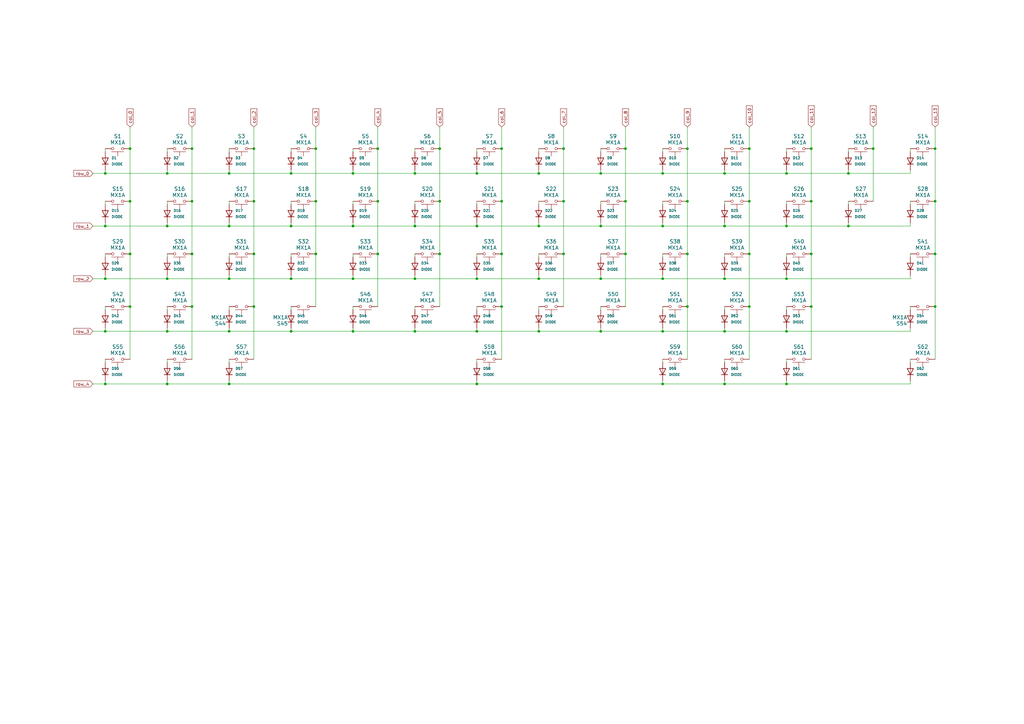
<source format=kicad_sch>
(kicad_sch (version 20231120) (generator "eeschema") (generator_version "8.0")
  (paper "A3")
  (junction (at 347.98 92.71))
  (junction (at 332.74 60.96))
  (junction (at 383.54 104.14))
  (junction (at 93.98 135.89))
  (junction (at 322.58 114.3))
  (junction (at 332.74 104.14))
  (junction (at 281.94 125.73))
  (junction (at 104.14 104.14))
  (junction (at 53.34 104.14))
  (junction (at 297.18 114.3))
  (junction (at 180.34 60.96))
  (junction (at 68.58 71.12))
  (junction (at 154.94 82.55))
  (junction (at 180.34 104.14))
  (junction (at 154.94 104.14))
  (junction (at 297.18 157.48))
  (junction (at 383.54 82.55))
  (junction (at 271.78 135.89))
  (junction (at 119.38 114.3))
  (junction (at 347.98 71.12))
  (junction (at 93.98 92.71))
  (junction (at 170.18 71.12))
  (junction (at 322.58 71.12))
  (junction (at 358.14 60.96))
  (junction (at 154.94 60.96))
  (junction (at 281.94 82.55))
  (junction (at 43.18 114.3))
  (junction (at 78.74 82.55))
  (junction (at 104.14 125.73))
  (junction (at 246.38 71.12))
  (junction (at 281.94 60.96))
  (junction (at 195.58 114.3))
  (junction (at 307.34 60.96))
  (junction (at 205.74 125.73))
  (junction (at 281.94 104.14))
  (junction (at 195.58 92.71))
  (junction (at 332.74 82.55))
  (junction (at 271.78 71.12))
  (junction (at 78.74 125.73))
  (junction (at 43.18 157.48))
  (junction (at 322.58 92.71))
  (junction (at 271.78 92.71))
  (junction (at 68.58 114.3))
  (junction (at 246.38 135.89))
  (junction (at 332.74 125.73))
  (junction (at 195.58 135.89))
  (junction (at 322.58 135.89))
  (junction (at 93.98 114.3))
  (junction (at 297.18 92.71))
  (junction (at 68.58 92.71))
  (junction (at 256.54 104.14))
  (junction (at 195.58 157.48))
  (junction (at 256.54 82.55))
  (junction (at 271.78 114.3))
  (junction (at 220.98 114.3))
  (junction (at 104.14 82.55))
  (junction (at 43.18 135.89))
  (junction (at 68.58 157.48))
  (junction (at 119.38 92.71))
  (junction (at 322.58 157.48))
  (junction (at 170.18 92.71))
  (junction (at 53.34 82.55))
  (junction (at 307.34 82.55))
  (junction (at 307.34 104.14))
  (junction (at 93.98 71.12))
  (junction (at 170.18 135.89))
  (junction (at 129.54 104.14))
  (junction (at 383.54 60.96))
  (junction (at 144.78 135.89))
  (junction (at 195.58 71.12))
  (junction (at 119.38 135.89))
  (junction (at 220.98 92.71))
  (junction (at 180.34 82.55))
  (junction (at 231.14 60.96))
  (junction (at 383.54 125.73))
  (junction (at 170.18 114.3))
  (junction (at 43.18 71.12))
  (junction (at 231.14 104.14))
  (junction (at 256.54 60.96))
  (junction (at 43.18 92.71))
  (junction (at 205.74 60.96))
  (junction (at 297.18 135.89))
  (junction (at 307.34 125.73))
  (junction (at 68.58 135.89))
  (junction (at 93.98 157.48))
  (junction (at 205.74 82.55))
  (junction (at 144.78 71.12))
  (junction (at 129.54 60.96))
  (junction (at 246.38 114.3))
  (junction (at 144.78 92.71))
  (junction (at 297.18 71.12))
  (junction (at 104.14 60.96))
  (junction (at 129.54 82.55))
  (junction (at 246.38 92.71))
  (junction (at 53.34 125.73))
  (junction (at 119.38 71.12))
  (junction (at 220.98 135.89))
  (junction (at 220.98 71.12))
  (junction (at 78.74 104.14))
  (junction (at 53.34 60.96))
  (junction (at 231.14 82.55))
  (junction (at 78.74 60.96))
  (junction (at 205.74 104.14))
  (junction (at 271.78 157.48))
  (junction (at 144.78 114.3))
  (wire (pts (xy 220.98 135.89) (xy 246.38 135.89)))
  (wire (pts (xy 38.1 71.12) (xy 43.18 71.12)))
  (wire (pts (xy 154.94 60.96) (xy 154.94 82.55)))
  (wire (pts (xy 43.18 104.14) (xy 43.18 105.41)))
  (wire (pts (xy 93.98 82.55) (xy 93.98 83.82)))
  (wire (pts (xy 170.18 134.62) (xy 170.18 135.89)))
  (wire (pts (xy 373.38 91.44) (xy 373.38 92.71)))
  (wire (pts (xy 104.14 60.96) (xy 104.14 82.55)))
  (wire (pts (xy 246.38 71.12) (xy 271.78 71.12)))
  (wire (pts (xy 281.94 104.14) (xy 281.94 125.73)))
  (wire (pts (xy 129.54 52.07) (xy 129.54 60.96)))
  (wire (pts (xy 297.18 157.48) (xy 322.58 157.48)))
  (wire (pts (xy 271.78 60.96) (xy 271.78 62.23)))
  (wire (pts (xy 297.18 60.96) (xy 297.18 62.23)))
  (wire (pts (xy 271.78 135.89) (xy 297.18 135.89)))
  (wire (pts (xy 332.74 82.55) (xy 332.74 104.14)))
  (wire (pts (xy 43.18 157.48) (xy 68.58 157.48)))
  (wire (pts (xy 144.78 91.44) (xy 144.78 92.71)))
  (wire (pts (xy 195.58 125.73) (xy 195.58 127)))
  (wire (pts (xy 170.18 113.03) (xy 170.18 114.3)))
  (wire (pts (xy 373.38 69.85) (xy 373.38 71.12)))
  (wire (pts (xy 347.98 91.44) (xy 347.98 92.71)))
  (wire (pts (xy 322.58 135.89) (xy 373.38 135.89)))
  (wire (pts (xy 170.18 114.3) (xy 195.58 114.3)))
  (wire (pts (xy 205.74 52.07) (xy 205.74 60.96)))
  (wire (pts (xy 53.34 125.73) (xy 53.34 147.32)))
  (wire (pts (xy 297.18 69.85) (xy 297.18 71.12)))
  (wire (pts (xy 195.58 147.32) (xy 195.58 148.59)))
  (wire (pts (xy 383.54 60.96) (xy 383.54 82.55)))
  (wire (pts (xy 43.18 69.85) (xy 43.18 71.12)))
  (wire (pts (xy 307.34 125.73) (xy 307.34 147.32)))
  (wire (pts (xy 358.14 52.07) (xy 358.14 60.96)))
  (wire (pts (xy 78.74 104.14) (xy 78.74 125.73)))
  (wire (pts (xy 383.54 125.73) (xy 383.54 147.32)))
  (wire (pts (xy 281.94 82.55) (xy 281.94 104.14)))
  (wire (pts (xy 322.58 156.21) (xy 322.58 157.48)))
  (wire (pts (xy 68.58 147.32) (xy 68.58 148.59)))
  (wire (pts (xy 68.58 91.44) (xy 68.58 92.71)))
  (wire (pts (xy 231.14 52.07) (xy 231.14 60.96)))
  (wire (pts (xy 104.14 82.55) (xy 104.14 104.14)))
  (wire (pts (xy 322.58 92.71) (xy 347.98 92.71)))
  (wire (pts (xy 68.58 114.3) (xy 93.98 114.3)))
  (wire (pts (xy 246.38 125.73) (xy 246.38 127)))
  (wire (pts (xy 195.58 156.21) (xy 195.58 157.48)))
  (wire (pts (xy 332.74 125.73) (xy 332.74 147.32)))
  (wire (pts (xy 220.98 60.96) (xy 220.98 62.23)))
  (wire (pts (xy 144.78 125.73) (xy 144.78 127)))
  (wire (pts (xy 347.98 69.85) (xy 347.98 71.12)))
  (wire (pts (xy 297.18 125.73) (xy 297.18 127)))
  (wire (pts (xy 195.58 71.12) (xy 220.98 71.12)))
  (wire (pts (xy 43.18 114.3) (xy 68.58 114.3)))
  (wire (pts (xy 271.78 157.48) (xy 297.18 157.48)))
  (wire (pts (xy 68.58 113.03) (xy 68.58 114.3)))
  (wire (pts (xy 271.78 125.73) (xy 271.78 127)))
  (wire (pts (xy 322.58 104.14) (xy 322.58 105.41)))
  (wire (pts (xy 322.58 91.44) (xy 322.58 92.71)))
  (wire (pts (xy 154.94 82.55) (xy 154.94 104.14)))
  (wire (pts (xy 297.18 104.14) (xy 297.18 105.41)))
  (wire (pts (xy 68.58 104.14) (xy 68.58 105.41)))
  (wire (pts (xy 220.98 71.12) (xy 246.38 71.12)))
  (wire (pts (xy 68.58 82.55) (xy 68.58 83.82)))
  (wire (pts (xy 195.58 92.71) (xy 220.98 92.71)))
  (wire (pts (xy 205.74 104.14) (xy 205.74 125.73)))
  (wire (pts (xy 43.18 135.89) (xy 68.58 135.89)))
  (wire (pts (xy 220.98 104.14) (xy 220.98 105.41)))
  (wire (pts (xy 195.58 69.85) (xy 195.58 71.12)))
  (wire (pts (xy 129.54 104.14) (xy 129.54 125.73)))
  (wire (pts (xy 205.74 82.55) (xy 205.74 104.14)))
  (wire (pts (xy 205.74 60.96) (xy 205.74 82.55)))
  (wire (pts (xy 246.38 91.44) (xy 246.38 92.71)))
  (wire (pts (xy 43.18 71.12) (xy 68.58 71.12)))
  (wire (pts (xy 119.38 134.62) (xy 119.38 135.89)))
  (wire (pts (xy 38.1 157.48) (xy 43.18 157.48)))
  (wire (pts (xy 307.34 52.07) (xy 307.34 60.96)))
  (wire (pts (xy 195.58 104.14) (xy 195.58 105.41)))
  (wire (pts (xy 53.34 82.55) (xy 53.34 104.14)))
  (wire (pts (xy 195.58 134.62) (xy 195.58 135.89)))
  (wire (pts (xy 129.54 60.96) (xy 129.54 82.55)))
  (wire (pts (xy 231.14 82.55) (xy 231.14 104.14)))
  (wire (pts (xy 93.98 71.12) (xy 119.38 71.12)))
  (wire (pts (xy 246.38 69.85) (xy 246.38 71.12)))
  (wire (pts (xy 383.54 82.55) (xy 383.54 104.14)))
  (wire (pts (xy 322.58 82.55) (xy 322.58 83.82)))
  (wire (pts (xy 170.18 60.96) (xy 170.18 62.23)))
  (wire (pts (xy 246.38 104.14) (xy 246.38 105.41)))
  (wire (pts (xy 322.58 147.32) (xy 322.58 148.59)))
  (wire (pts (xy 144.78 134.62) (xy 144.78 135.89)))
  (wire (pts (xy 43.18 147.32) (xy 43.18 148.59)))
  (wire (pts (xy 119.38 69.85) (xy 119.38 71.12)))
  (wire (pts (xy 383.54 104.14) (xy 383.54 125.73)))
  (wire (pts (xy 297.18 134.62) (xy 297.18 135.89)))
  (wire (pts (xy 195.58 60.96) (xy 195.58 62.23)))
  (wire (pts (xy 246.38 60.96) (xy 246.38 62.23)))
  (wire (pts (xy 170.18 135.89) (xy 195.58 135.89)))
  (wire (pts (xy 271.78 82.55) (xy 271.78 83.82)))
  (wire (pts (xy 281.94 52.07) (xy 281.94 60.96)))
  (wire (pts (xy 271.78 114.3) (xy 297.18 114.3)))
  (wire (pts (xy 170.18 125.73) (xy 170.18 127)))
  (wire (pts (xy 144.78 113.03) (xy 144.78 114.3)))
  (wire (pts (xy 297.18 156.21) (xy 297.18 157.48)))
  (wire (pts (xy 322.58 125.73) (xy 322.58 127)))
  (wire (pts (xy 144.78 104.14) (xy 144.78 105.41)))
  (wire (pts (xy 220.98 134.62) (xy 220.98 135.89)))
  (wire (pts (xy 119.38 91.44) (xy 119.38 92.71)))
  (wire (pts (xy 93.98 91.44) (xy 93.98 92.71)))
  (wire (pts (xy 246.38 135.89) (xy 271.78 135.89)))
  (wire (pts (xy 297.18 114.3) (xy 322.58 114.3)))
  (wire (pts (xy 332.74 60.96) (xy 332.74 82.55)))
  (wire (pts (xy 104.14 104.14) (xy 104.14 125.73)))
  (wire (pts (xy 373.38 60.96) (xy 373.38 62.23)))
  (wire (pts (xy 271.78 156.21) (xy 271.78 157.48)))
  (wire (pts (xy 68.58 125.73) (xy 68.58 127)))
  (wire (pts (xy 43.18 92.71) (xy 68.58 92.71)))
  (wire (pts (xy 43.18 91.44) (xy 43.18 92.71)))
  (wire (pts (xy 78.74 52.07) (xy 78.74 60.96)))
  (wire (pts (xy 373.38 113.03) (xy 373.38 114.3)))
  (wire (pts (xy 144.78 114.3) (xy 170.18 114.3)))
  (wire (pts (xy 347.98 82.55) (xy 347.98 83.82)))
  (wire (pts (xy 93.98 60.96) (xy 93.98 62.23)))
  (wire (pts (xy 220.98 91.44) (xy 220.98 92.71)))
  (wire (pts (xy 180.34 52.07) (xy 180.34 60.96)))
  (wire (pts (xy 104.14 125.73) (xy 104.14 147.32)))
  (wire (pts (xy 271.78 113.03) (xy 271.78 114.3)))
  (wire (pts (xy 322.58 114.3) (xy 373.38 114.3)))
  (wire (pts (xy 144.78 82.55) (xy 144.78 83.82)))
  (wire (pts (xy 195.58 91.44) (xy 195.58 92.71)))
  (wire (pts (xy 322.58 113.03) (xy 322.58 114.3)))
  (wire (pts (xy 195.58 135.89) (xy 220.98 135.89)))
  (wire (pts (xy 220.98 113.03) (xy 220.98 114.3)))
  (wire (pts (xy 129.54 82.55) (xy 129.54 104.14)))
  (wire (pts (xy 297.18 71.12) (xy 322.58 71.12)))
  (wire (pts (xy 297.18 147.32) (xy 297.18 148.59)))
  (wire (pts (xy 322.58 157.48) (xy 373.38 157.48)))
  (wire (pts (xy 220.98 114.3) (xy 246.38 114.3)))
  (wire (pts (xy 170.18 92.71) (xy 195.58 92.71)))
  (wire (pts (xy 93.98 157.48) (xy 195.58 157.48)))
  (wire (pts (xy 281.94 60.96) (xy 281.94 82.55)))
  (wire (pts (xy 271.78 92.71) (xy 297.18 92.71)))
  (wire (pts (xy 119.38 114.3) (xy 144.78 114.3)))
  (wire (pts (xy 246.38 92.71) (xy 271.78 92.71)))
  (wire (pts (xy 332.74 104.14) (xy 332.74 125.73)))
  (wire (pts (xy 68.58 157.48) (xy 93.98 157.48)))
  (wire (pts (xy 119.38 125.73) (xy 119.38 127)))
  (wire (pts (xy 43.18 134.62) (xy 43.18 135.89)))
  (wire (pts (xy 297.18 135.89) (xy 322.58 135.89)))
  (wire (pts (xy 271.78 69.85) (xy 271.78 71.12)))
  (wire (pts (xy 68.58 134.62) (xy 68.58 135.89)))
  (wire (pts (xy 271.78 134.62) (xy 271.78 135.89)))
  (wire (pts (xy 205.74 125.73) (xy 205.74 147.32)))
  (wire (pts (xy 373.38 125.73) (xy 373.38 127)))
  (wire (pts (xy 256.54 60.96) (xy 256.54 82.55)))
  (wire (pts (xy 68.58 92.71) (xy 93.98 92.71)))
  (wire (pts (xy 322.58 60.96) (xy 322.58 62.23)))
  (wire (pts (xy 43.18 125.73) (xy 43.18 127)))
  (wire (pts (xy 119.38 71.12) (xy 144.78 71.12)))
  (wire (pts (xy 119.38 82.55) (xy 119.38 83.82)))
  (wire (pts (xy 322.58 69.85) (xy 322.58 71.12)))
  (wire (pts (xy 180.34 60.96) (xy 180.34 82.55)))
  (wire (pts (xy 373.38 82.55) (xy 373.38 83.82)))
  (wire (pts (xy 119.38 92.71) (xy 144.78 92.71)))
  (wire (pts (xy 220.98 92.71) (xy 246.38 92.71)))
  (wire (pts (xy 78.74 125.73) (xy 78.74 147.32)))
  (wire (pts (xy 119.38 60.96) (xy 119.38 62.23)))
  (wire (pts (xy 307.34 104.14) (xy 307.34 125.73)))
  (wire (pts (xy 195.58 82.55) (xy 195.58 83.82)))
  (wire (pts (xy 170.18 91.44) (xy 170.18 92.71)))
  (wire (pts (xy 307.34 60.96) (xy 307.34 82.55)))
  (wire (pts (xy 93.98 104.14) (xy 93.98 105.41)))
  (wire (pts (xy 220.98 82.55) (xy 220.98 83.82)))
  (wire (pts (xy 180.34 104.14) (xy 180.34 125.73)))
  (wire (pts (xy 170.18 104.14) (xy 170.18 105.41)))
  (wire (pts (xy 170.18 69.85) (xy 170.18 71.12)))
  (wire (pts (xy 246.38 82.55) (xy 246.38 83.82)))
  (wire (pts (xy 43.18 156.21) (xy 43.18 157.48)))
  (wire (pts (xy 271.78 71.12) (xy 297.18 71.12)))
  (wire (pts (xy 93.98 113.03) (xy 93.98 114.3)))
  (wire (pts (xy 68.58 156.21) (xy 68.58 157.48)))
  (wire (pts (xy 195.58 113.03) (xy 195.58 114.3)))
  (wire (pts (xy 347.98 92.71) (xy 373.38 92.71)))
  (wire (pts (xy 119.38 135.89) (xy 144.78 135.89)))
  (wire (pts (xy 78.74 60.96) (xy 78.74 82.55)))
  (wire (pts (xy 246.38 113.03) (xy 246.38 114.3)))
  (wire (pts (xy 119.38 104.14) (xy 119.38 105.41)))
  (wire (pts (xy 154.94 52.07) (xy 154.94 60.96)))
  (wire (pts (xy 281.94 125.73) (xy 281.94 147.32)))
  (wire (pts (xy 68.58 71.12) (xy 93.98 71.12)))
  (wire (pts (xy 195.58 157.48) (xy 271.78 157.48)))
  (wire (pts (xy 297.18 82.55) (xy 297.18 83.82)))
  (wire (pts (xy 93.98 156.21) (xy 93.98 157.48)))
  (wire (pts (xy 256.54 52.07) (xy 256.54 60.96)))
  (wire (pts (xy 170.18 71.12) (xy 195.58 71.12)))
  (wire (pts (xy 43.18 60.96) (xy 43.18 62.23)))
  (wire (pts (xy 144.78 69.85) (xy 144.78 71.12)))
  (wire (pts (xy 38.1 92.71) (xy 43.18 92.71)))
  (wire (pts (xy 53.34 60.96) (xy 53.34 82.55)))
  (wire (pts (xy 358.14 60.96) (xy 358.14 82.55)))
  (wire (pts (xy 322.58 71.12) (xy 347.98 71.12)))
  (wire (pts (xy 347.98 71.12) (xy 373.38 71.12)))
  (wire (pts (xy 246.38 114.3) (xy 271.78 114.3)))
  (wire (pts (xy 144.78 135.89) (xy 170.18 135.89)))
  (wire (pts (xy 93.98 114.3) (xy 119.38 114.3)))
  (wire (pts (xy 297.18 92.71) (xy 322.58 92.71)))
  (wire (pts (xy 307.34 82.55) (xy 307.34 104.14)))
  (wire (pts (xy 256.54 82.55) (xy 256.54 104.14)))
  (wire (pts (xy 144.78 60.96) (xy 144.78 62.23)))
  (wire (pts (xy 119.38 113.03) (xy 119.38 114.3)))
  (wire (pts (xy 220.98 69.85) (xy 220.98 71.12)))
  (wire (pts (xy 78.74 82.55) (xy 78.74 104.14)))
  (wire (pts (xy 53.34 52.07) (xy 53.34 60.96)))
  (wire (pts (xy 68.58 135.89) (xy 93.98 135.89)))
  (wire (pts (xy 256.54 104.14) (xy 256.54 125.73)))
  (wire (pts (xy 93.98 147.32) (xy 93.98 148.59)))
  (wire (pts (xy 104.14 52.07) (xy 104.14 60.96)))
  (wire (pts (xy 271.78 147.32) (xy 271.78 148.59)))
  (wire (pts (xy 93.98 92.71) (xy 119.38 92.71)))
  (wire (pts (xy 347.98 60.96) (xy 347.98 62.23)))
  (wire (pts (xy 220.98 125.73) (xy 220.98 127)))
  (wire (pts (xy 297.18 113.03) (xy 297.18 114.3)))
  (wire (pts (xy 68.58 60.96) (xy 68.58 62.23)))
  (wire (pts (xy 231.14 104.14) (xy 231.14 125.73)))
  (wire (pts (xy 170.18 82.55) (xy 170.18 83.82)))
  (wire (pts (xy 332.74 52.07) (xy 332.74 60.96)))
  (wire (pts (xy 180.34 82.55) (xy 180.34 104.14)))
  (wire (pts (xy 231.14 60.96) (xy 231.14 82.55)))
  (wire (pts (xy 154.94 104.14) (xy 154.94 125.73)))
  (wire (pts (xy 383.54 52.07) (xy 383.54 60.96)))
  (wire (pts (xy 38.1 114.3) (xy 43.18 114.3)))
  (wire (pts (xy 93.98 135.89) (xy 119.38 135.89)))
  (wire (pts (xy 271.78 104.14) (xy 271.78 105.41)))
  (wire (pts (xy 373.38 134.62) (xy 373.38 135.89)))
  (wire (pts (xy 53.34 104.14) (xy 53.34 125.73)))
  (wire (pts (xy 373.38 156.21) (xy 373.38 157.48)))
  (wire (pts (xy 297.18 91.44) (xy 297.18 92.71)))
  (wire (pts (xy 195.58 114.3) (xy 220.98 114.3)))
  (wire (pts (xy 43.18 113.03) (xy 43.18 114.3)))
  (wire (pts (xy 144.78 92.71) (xy 170.18 92.71)))
  (wire (pts (xy 322.58 134.62) (xy 322.58 135.89)))
  (wire (pts (xy 93.98 69.85) (xy 93.98 71.12)))
  (wire (pts (xy 373.38 104.14) (xy 373.38 105.41)))
  (wire (pts (xy 246.38 134.62) (xy 246.38 135.89)))
  (wire (pts (xy 271.78 91.44) (xy 271.78 92.71)))
  (wire (pts (xy 43.18 82.55) (xy 43.18 83.82)))
  (wire (pts (xy 373.38 147.32) (xy 373.38 148.59)))
  (wire (pts (xy 144.78 71.12) (xy 170.18 71.12)))
  (wire (pts (xy 93.98 125.73) (xy 93.98 127)))
  (wire (pts (xy 38.1 135.89) (xy 43.18 135.89)))
  (wire (pts (xy 68.58 69.85) (xy 68.58 71.12)))
  (wire (pts (xy 93.98 134.62) (xy 93.98 135.89)))
  (global_label "row_0" (shape input) (at 38.1 71.12 180) (property "Intersheetrefs" "${INTERSHEET_REFS}" (effects (hide yes))))
  (global_label "col_4" (shape input) (at 154.94 52.07 90) (property "Intersheetrefs" "${INTERSHEET_REFS}" (effects (hide yes))))
  (global_label "col_5" (shape input) (at 180.34 52.07 90) (property "Intersheetrefs" "${INTERSHEET_REFS}" (effects (hide yes))))
  (global_label "col_0" (shape input) (at 53.34 52.07 90) (property "Intersheetrefs" "${INTERSHEET_REFS}" (effects (hide yes))))
  (global_label "col_1" (shape input) (at 78.74 52.07 90) (property "Intersheetrefs" "${INTERSHEET_REFS}" (effects (hide yes))))
  (global_label "col_11" (shape input) (at 332.74 52.07 90) (property "Intersheetrefs" "${INTERSHEET_REFS}" (effects (hide yes))))
  (global_label "row_2" (shape input) (at 38.1 114.3 180) (property "Intersheetrefs" "${INTERSHEET_REFS}" (effects (hide yes))))
  (global_label "col_2" (shape input) (at 104.14 52.07 90) (property "Intersheetrefs" "${INTERSHEET_REFS}" (effects (hide yes))))
  (global_label "col_10" (shape input) (at 307.34 52.07 90) (property "Intersheetrefs" "${INTERSHEET_REFS}" (effects (hide yes))))
  (global_label "col_13" (shape input) (at 383.54 52.07 90) (property "Intersheetrefs" "${INTERSHEET_REFS}" (effects (hide yes))))
  (global_label "col_3" (shape input) (at 129.54 52.07 90) (property "Intersheetrefs" "${INTERSHEET_REFS}" (effects (hide yes))))
  (global_label "col_6" (shape input) (at 205.74 52.07 90) (property "Intersheetrefs" "${INTERSHEET_REFS}" (effects (hide yes))))
  (global_label "col_9" (shape input) (at 281.94 52.07 90) (property "Intersheetrefs" "${INTERSHEET_REFS}" (effects (hide yes))))
  (global_label "col_12" (shape input) (at 358.14 52.07 90) (property "Intersheetrefs" "${INTERSHEET_REFS}" (effects (hide yes))))
  (global_label "row_1" (shape input) (at 38.1 92.71 180) (property "Intersheetrefs" "${INTERSHEET_REFS}" (effects (hide yes))))
  (global_label "row_4" (shape input) (at 38.1 157.48 180) (property "Intersheetrefs" "${INTERSHEET_REFS}" (effects (hide yes))))
  (global_label "col_8" (shape input) (at 256.54 52.07 90) (property "Intersheetrefs" "${INTERSHEET_REFS}" (effects (hide yes))))
  (global_label "col_7" (shape input) (at 231.14 52.07 90) (property "Intersheetrefs" "${INTERSHEET_REFS}" (effects (hide yes))))
  (global_label "row_3" (shape input) (at 38.1 135.89 180) (property "Intersheetrefs" "${INTERSHEET_REFS}" (effects (hide yes))))
  (symbol (lib_id "Device:D") (at 144.78 109.22 90) (unit 1)
    (property "Reference" "D33" (at 147.32 107.9499 90) (effects (font (size 1.016 1.016)) (justify right)))
    (property "Value" "DIODE" (at 147.32 110.4899 90) (effects (font (size 1.016 1.016)) (justify right)))
    (property "Footprint" "Diode_SMD:D_SOD-123" (effects (hide yes)))
    (property "Description" "Diode" (effects (hide yes)))
    (property "Sim.Device" "D" (effects (hide yes)))
    (property "Sim.Pins" "1=K 2=A" (effects (hide yes)))
  )
  (symbol (lib_id "Device:D") (at 246.38 66.04 90) (unit 1)
    (property "Reference" "D9" (at 248.92 64.7699 90) (effects (font (size 1.016 1.016)) (justify right)))
    (property "Value" "DIODE" (at 248.92 67.3099 90) (effects (font (size 1.016 1.016)) (justify right)))
    (property "Footprint" "Diode_SMD:D_SOD-123" (effects (hide yes)))
    (property "Description" "Diode" (effects (hide yes)))
    (property "Sim.Device" "D" (effects (hide yes)))
    (property "Sim.Pins" "1=K 2=A" (effects (hide yes)))
  )
  (symbol (lib_id "Device:D") (at 373.38 152.4 90) (unit 1)
    (property "Reference" "D62" (at 375.92 151.1299 90) (effects (font (size 1.016 1.016)) (justify right)))
    (property "Value" "DIODE" (at 375.92 153.6699 90) (effects (font (size 1.016 1.016)) (justify right)))
    (property "Footprint" "Diode_SMD:D_SOD-123" (effects (hide yes)))
    (property "Description" "Diode" (effects (hide yes)))
    (property "Sim.Device" "D" (effects (hide yes)))
    (property "Sim.Pins" "1=K 2=A" (effects (hide yes)))
  )
  (symbol (lib_id "Device:D") (at 373.38 66.04 90) (unit 1)
    (property "Reference" "D14" (at 375.92 64.7699 90) (effects (font (size 1.016 1.016)) (justify right)))
    (property "Value" "DIODE" (at 375.92 67.3099 90) (effects (font (size 1.016 1.016)) (justify right)))
    (property "Footprint" "Diode_SMD:D_SOD-123" (effects (hide yes)))
    (property "Description" "Diode" (effects (hide yes)))
    (property "Sim.Device" "D" (effects (hide yes)))
    (property "Sim.Pins" "1=K 2=A" (effects (hide yes)))
  )
  (symbol (lib_id "Switch:SW_Push") (at 251.46 60.96 0) (mirror x) (unit 1)
    (property "Reference" "S9" (at 251.46 55.88 0) (effects (font (size 1.524 1.524))))
    (property "Value" "MX1A" (at 251.46 58.42 0) (effects (font (size 1.524 1.524))))
    (property "Footprint" "PCM_Switch_Keyboard_Hotswap_Kailh:SW_Hotswap_Kailh_MX_1.00u" (effects (hide yes)))
    (property "Description" "Push button switch, generic, two pins" (effects (hide yes)))
  )
  (symbol (lib_id "Switch:SW_Push") (at 149.86 125.73 0) (mirror x) (unit 1)
    (property "Reference" "S46" (at 149.86 120.65 0) (effects (font (size 1.524 1.524))))
    (property "Value" "MX1A" (at 149.86 123.19 0) (effects (font (size 1.524 1.524))))
    (property "Footprint" "PCM_Switch_Keyboard_Hotswap_Kailh:SW_Hotswap_Kailh_MX_1.00u" (effects (hide yes)))
    (property "Description" "Push button switch, generic, two pins" (effects (hide yes)))
  )
  (symbol (lib_id "Device:D") (at 68.58 152.4 90) (unit 1)
    (property "Reference" "D56" (at 71.12 151.1299 90) (effects (font (size 1.016 1.016)) (justify right)))
    (property "Value" "DIODE" (at 71.12 153.6699 90) (effects (font (size 1.016 1.016)) (justify right)))
    (property "Footprint" "Diode_SMD:D_SOD-123" (effects (hide yes)))
    (property "Description" "Diode" (effects (hide yes)))
    (property "Sim.Device" "D" (effects (hide yes)))
    (property "Sim.Pins" "1=K 2=A" (effects (hide yes)))
  )
  (symbol (lib_id "Switch:SW_Push") (at 378.46 60.96 0) (mirror x) (unit 1)
    (property "Reference" "S14" (at 378.46 55.88 0) (effects (font (size 1.524 1.524))))
    (property "Value" "MX1A" (at 378.46 58.42 0) (effects (font (size 1.524 1.524))))
    (property "Footprint" "PCM_Switch_Keyboard_Hotswap_Kailh:SW_Hotswap_Kailh_MX_2.00u" (effects (hide yes)))
    (property "Description" "Push button switch, generic, two pins" (effects (hide yes)))
  )
  (symbol (lib_id "Switch:SW_Push") (at 73.66 60.96 0) (mirror x) (unit 1)
    (property "Reference" "S2" (at 73.66 55.88 0) (effects (font (size 1.524 1.524))))
    (property "Value" "MX1A" (at 73.66 58.42 0) (effects (font (size 1.524 1.524))))
    (property "Footprint" "PCM_Switch_Keyboard_Hotswap_Kailh:SW_Hotswap_Kailh_MX_1.00u" (effects (hide yes)))
    (property "Description" "Push button switch, generic, two pins" (effects (hide yes)))
  )
  (symbol (lib_id "Device:D") (at 68.58 130.81 90) (unit 1)
    (property "Reference" "D43" (at 71.12 129.5399 90) (effects (font (size 1.016 1.016)) (justify right)))
    (property "Value" "DIODE" (at 71.12 132.0799 90) (effects (font (size 1.016 1.016)) (justify right)))
    (property "Footprint" "Diode_SMD:D_SOD-123" (effects (hide yes)))
    (property "Description" "Diode" (effects (hide yes)))
    (property "Sim.Device" "D" (effects (hide yes)))
    (property "Sim.Pins" "1=K 2=A" (effects (hide yes)))
  )
  (symbol (lib_id "Switch:SW_Push") (at 200.66 60.96 0) (mirror x) (unit 1)
    (property "Reference" "S7" (at 200.66 55.88 0) (effects (font (size 1.524 1.524))))
    (property "Value" "MX1A" (at 200.66 58.42 0) (effects (font (size 1.524 1.524))))
    (property "Footprint" "PCM_Switch_Keyboard_Hotswap_Kailh:SW_Hotswap_Kailh_MX_1.00u" (effects (hide yes)))
    (property "Description" "Push button switch, generic, two pins" (effects (hide yes)))
  )
  (symbol (lib_id "Device:D") (at 43.18 130.81 90) (unit 1)
    (property "Reference" "D42" (at 45.72 129.5399 90) (effects (font (size 1.016 1.016)) (justify right)))
    (property "Value" "DIODE" (at 45.72 132.0799 90) (effects (font (size 1.016 1.016)) (justify right)))
    (property "Footprint" "Diode_SMD:D_SOD-123" (effects (hide yes)))
    (property "Description" "Diode" (effects (hide yes)))
    (property "Sim.Device" "D" (effects (hide yes)))
    (property "Sim.Pins" "1=K 2=A" (effects (hide yes)))
  )
  (symbol (lib_id "Switch:SW_Push") (at 73.66 82.55 0) (mirror x) (unit 1)
    (property "Reference" "S16" (at 73.66 77.47 0) (effects (font (size 1.524 1.524))))
    (property "Value" "MX1A" (at 73.66 80.01 0) (effects (font (size 1.524 1.524))))
    (property "Footprint" "PCM_Switch_Keyboard_Hotswap_Kailh:SW_Hotswap_Kailh_MX_1.00u" (effects (hide yes)))
    (property "Description" "Push button switch, generic, two pins" (effects (hide yes)))
  )
  (symbol (lib_id "Device:D") (at 297.18 152.4 90) (unit 1)
    (property "Reference" "D60" (at 299.72 151.1299 90) (effects (font (size 1.016 1.016)) (justify right)))
    (property "Value" "DIODE" (at 299.72 153.6699 90) (effects (font (size 1.016 1.016)) (justify right)))
    (property "Footprint" "Diode_SMD:D_SOD-123" (effects (hide yes)))
    (property "Description" "Diode" (effects (hide yes)))
    (property "Sim.Device" "D" (effects (hide yes)))
    (property "Sim.Pins" "1=K 2=A" (effects (hide yes)))
  )
  (symbol (lib_id "Device:D") (at 195.58 152.4 90) (unit 1)
    (property "Reference" "D58" (at 198.12 151.1299 90) (effects (font (size 1.016 1.016)) (justify right)))
    (property "Value" "DIODE" (at 198.12 153.6699 90) (effects (font (size 1.016 1.016)) (justify right)))
    (property "Footprint" "Diode_SMD:D_SOD-123" (effects (hide yes)))
    (property "Description" "Diode" (effects (hide yes)))
    (property "Sim.Device" "D" (effects (hide yes)))
    (property "Sim.Pins" "1=K 2=A" (effects (hide yes)))
  )
  (symbol (lib_id "Switch:SW_Push") (at 327.66 104.14 0) (mirror x) (unit 1)
    (property "Reference" "S40" (at 327.66 99.06 0) (effects (font (size 1.524 1.524))))
    (property "Value" "MX1A" (at 327.66 101.6 0) (effects (font (size 1.524 1.524))))
    (property "Footprint" "PCM_Switch_Keyboard_Hotswap_Kailh:SW_Hotswap_Kailh_MX_1.00u" (effects (hide yes)))
    (property "Description" "Push button switch, generic, two pins" (effects (hide yes)))
  )
  (symbol (lib_id "Device:D") (at 271.78 130.81 90) (unit 1)
    (property "Reference" "D51" (at 274.32 129.5399 90) (effects (font (size 1.016 1.016)) (justify right)))
    (property "Value" "DIODE" (at 274.32 132.0799 90) (effects (font (size 1.016 1.016)) (justify right)))
    (property "Footprint" "Diode_SMD:D_SOD-123" (effects (hide yes)))
    (property "Description" "Diode" (effects (hide yes)))
    (property "Sim.Device" "D" (effects (hide yes)))
    (property "Sim.Pins" "1=K 2=A" (effects (hide yes)))
  )
  (symbol (lib_id "Device:D") (at 195.58 109.22 90) (unit 1)
    (property "Reference" "D35" (at 198.12 107.9499 90) (effects (font (size 1.016 1.016)) (justify right)))
    (property "Value" "DIODE" (at 198.12 110.4899 90) (effects (font (size 1.016 1.016)) (justify right)))
    (property "Footprint" "Diode_SMD:D_SOD-123" (effects (hide yes)))
    (property "Description" "Diode" (effects (hide yes)))
    (property "Sim.Device" "D" (effects (hide yes)))
    (property "Sim.Pins" "1=K 2=A" (effects (hide yes)))
  )
  (symbol (lib_id "Device:D") (at 93.98 130.81 90) (unit 1)
    (property "Reference" "D44" (at 96.52 129.5399 90) (effects (font (size 1.016 1.016)) (justify right)))
    (property "Value" "DIODE" (at 96.52 132.0799 90) (effects (font (size 1.016 1.016)) (justify right)))
    (property "Footprint" "Diode_SMD:D_SOD-123" (effects (hide yes)))
    (property "Description" "Diode" (effects (hide yes)))
    (property "Sim.Device" "D" (effects (hide yes)))
    (property "Sim.Pins" "1=K 2=A" (effects (hide yes)))
  )
  (symbol (lib_id "Device:D") (at 373.38 87.63 90) (unit 1)
    (property "Reference" "D28" (at 375.92 86.3599 90) (effects (font (size 1.016 1.016)) (justify right)))
    (property "Value" "DIODE" (at 375.92 88.8999 90) (effects (font (size 1.016 1.016)) (justify right)))
    (property "Footprint" "Diode_SMD:D_SOD-123" (effects (hide yes)))
    (property "Description" "Diode" (effects (hide yes)))
    (property "Sim.Device" "D" (effects (hide yes)))
    (property "Sim.Pins" "1=K 2=A" (effects (hide yes)))
  )
  (symbol (lib_id "Device:D") (at 170.18 130.81 90) (unit 1)
    (property "Reference" "D47" (at 172.72 129.5399 90) (effects (font (size 1.016 1.016)) (justify right)))
    (property "Value" "DIODE" (at 172.72 132.0799 90) (effects (font (size 1.016 1.016)) (justify right)))
    (property "Footprint" "Diode_SMD:D_SOD-123" (effects (hide yes)))
    (property "Description" "Diode" (effects (hide yes)))
    (property "Sim.Device" "D" (effects (hide yes)))
    (property "Sim.Pins" "1=K 2=A" (effects (hide yes)))
  )
  (symbol (lib_id "Switch:SW_Push") (at 73.66 125.73 0) (mirror x) (unit 1)
    (property "Reference" "S43" (at 73.66 120.65 0) (effects (font (size 1.524 1.524))))
    (property "Value" "MX1A" (at 73.66 123.19 0) (effects (font (size 1.524 1.524))))
    (property "Footprint" "PCM_Switch_Keyboard_Hotswap_Kailh:SW_Hotswap_Kailh_MX_1.00u" (effects (hide yes)))
    (property "Description" "Push button switch, generic, two pins" (effects (hide yes)))
  )
  (symbol (lib_id "Switch:SW_Push") (at 353.06 60.96 0) (mirror x) (unit 1)
    (property "Reference" "S13" (at 353.06 55.88 0) (effects (font (size 1.524 1.524))))
    (property "Value" "MX1A" (at 353.06 58.42 0) (effects (font (size 1.524 1.524))))
    (property "Footprint" "PCM_Switch_Keyboard_Hotswap_Kailh:SW_Hotswap_Kailh_MX_1.00u" (effects (hide yes)))
    (property "Description" "Push button switch, generic, two pins" (effects (hide yes)))
  )
  (symbol (lib_id "Switch:SW_Push") (at 251.46 82.55 0) (mirror x) (unit 1)
    (property "Reference" "S23" (at 251.46 77.47 0) (effects (font (size 1.524 1.524))))
    (property "Value" "MX1A" (at 251.46 80.01 0) (effects (font (size 1.524 1.524))))
    (property "Footprint" "PCM_Switch_Keyboard_Hotswap_Kailh:SW_Hotswap_Kailh_MX_1.00u" (effects (hide yes)))
    (property "Description" "Push button switch, generic, two pins" (effects (hide yes)))
  )
  (symbol (lib_id "Device:D") (at 119.38 87.63 90) (unit 1)
    (property "Reference" "D18" (at 121.92 86.3599 90) (effects (font (size 1.016 1.016)) (justify right)))
    (property "Value" "DIODE" (at 121.92 88.8999 90) (effects (font (size 1.016 1.016)) (justify right)))
    (property "Footprint" "Diode_SMD:D_SOD-123" (effects (hide yes)))
    (property "Description" "Diode" (effects (hide yes)))
    (property "Sim.Device" "D" (effects (hide yes)))
    (property "Sim.Pins" "1=K 2=A" (effects (hide yes)))
  )
  (symbol (lib_id "Device:D") (at 93.98 66.04 90) (unit 1)
    (property "Reference" "D3" (at 96.52 64.7699 90) (effects (font (size 1.016 1.016)) (justify right)))
    (property "Value" "DIODE" (at 96.52 67.3099 90) (effects (font (size 1.016 1.016)) (justify right)))
    (property "Footprint" "Diode_SMD:D_SOD-123" (effects (hide yes)))
    (property "Description" "Diode" (effects (hide yes)))
    (property "Sim.Device" "D" (effects (hide yes)))
    (property "Sim.Pins" "1=K 2=A" (effects (hide yes)))
  )
  (symbol (lib_id "Device:D") (at 271.78 87.63 90) (unit 1)
    (property "Reference" "D24" (at 274.32 86.3599 90) (effects (font (size 1.016 1.016)) (justify right)))
    (property "Value" "DIODE" (at 274.32 88.8999 90) (effects (font (size 1.016 1.016)) (justify right)))
    (property "Footprint" "Diode_SMD:D_SOD-123" (effects (hide yes)))
    (property "Description" "Diode" (effects (hide yes)))
    (property "Sim.Device" "D" (effects (hide yes)))
    (property "Sim.Pins" "1=K 2=A" (effects (hide yes)))
  )
  (symbol (lib_id "Device:D") (at 119.38 130.81 90) (unit 1)
    (property "Reference" "D45" (at 121.92 129.5399 90) (effects (font (size 1.016 1.016)) (justify right)))
    (property "Value" "DIODE" (at 121.92 132.0799 90) (effects (font (size 1.016 1.016)) (justify right)))
    (property "Footprint" "Diode_SMD:D_SOD-123" (effects (hide yes)))
    (property "Description" "Diode" (effects (hide yes)))
    (property "Sim.Device" "D" (effects (hide yes)))
    (property "Sim.Pins" "1=K 2=A" (effects (hide yes)))
  )
  (symbol (lib_id "Device:D") (at 43.18 66.04 90) (unit 1)
    (property "Reference" "D1" (at 45.72 64.7699 90) (effects (font (size 1.016 1.016)) (justify right)))
    (property "Value" "DIODE" (at 45.72 67.3099 90) (effects (font (size 1.016 1.016)) (justify right)))
    (property "Footprint" "Diode_SMD:D_SOD-123" (effects (hide yes)))
    (property "Description" "Diode" (effects (hide yes)))
    (property "Sim.Device" "D" (effects (hide yes)))
    (property "Sim.Pins" "1=K 2=A" (effects (hide yes)))
  )
  (symbol (lib_id "Switch:SW_Push") (at 200.66 147.32 0) (mirror x) (unit 1)
    (property "Reference" "S58" (at 200.66 142.24 0) (effects (font (size 1.524 1.524))))
    (property "Value" "MX1A" (at 200.66 144.78 0) (effects (font (size 1.524 1.524))))
    (property "Footprint" "PCM_Switch_Keyboard_Hotswap_Kailh:SW_Hotswap_Kailh_MX_6.25u" (effects (hide yes)))
    (property "Description" "Push button switch, generic, two pins" (effects (hide yes)))
  )
  (symbol (lib_id "Device:D") (at 68.58 109.22 90) (unit 1)
    (property "Reference" "D30" (at 71.12 107.9499 90) (effects (font (size 1.016 1.016)) (justify right)))
    (property "Value" "DIODE" (at 71.12 110.4899 90) (effects (font (size 1.016 1.016)) (justify right)))
    (property "Footprint" "Diode_SMD:D_SOD-123" (effects (hide yes)))
    (property "Description" "Diode" (effects (hide yes)))
    (property "Sim.Device" "D" (effects (hide yes)))
    (property "Sim.Pins" "1=K 2=A" (effects (hide yes)))
  )
  (symbol (lib_id "Device:D") (at 297.18 66.04 90) (unit 1)
    (property "Reference" "D11" (at 299.72 64.7699 90) (effects (font (size 1.016 1.016)) (justify right)))
    (property "Value" "DIODE" (at 299.72 67.3099 90) (effects (font (size 1.016 1.016)) (justify right)))
    (property "Footprint" "Diode_SMD:D_SOD-123" (effects (hide yes)))
    (property "Description" "Diode" (effects (hide yes)))
    (property "Sim.Device" "D" (effects (hide yes)))
    (property "Sim.Pins" "1=K 2=A" (effects (hide yes)))
  )
  (symbol (lib_id "Device:D") (at 373.38 109.22 90) (unit 1)
    (property "Reference" "D41" (at 375.92 107.9499 90) (effects (font (size 1.016 1.016)) (justify right)))
    (property "Value" "DIODE" (at 375.92 110.4899 90) (effects (font (size 1.016 1.016)) (justify right)))
    (property "Footprint" "Diode_SMD:D_SOD-123" (effects (hide yes)))
    (property "Description" "Diode" (effects (hide yes)))
    (property "Sim.Device" "D" (effects (hide yes)))
    (property "Sim.Pins" "1=K 2=A" (effects (hide yes)))
  )
  (symbol (lib_id "Switch:SW_Push") (at 276.86 82.55 0) (mirror x) (unit 1)
    (property "Reference" "S24" (at 276.86 77.47 0) (effects (font (size 1.524 1.524))))
    (property "Value" "MX1A" (at 276.86 80.01 0) (effects (font (size 1.524 1.524))))
    (property "Footprint" "PCM_Switch_Keyboard_Hotswap_Kailh:SW_Hotswap_Kailh_MX_1.00u" (effects (hide yes)))
    (property "Description" "Push button switch, generic, two pins" (effects (hide yes)))
  )
  (symbol (lib_id "Device:D") (at 119.38 66.04 90) (unit 1)
    (property "Reference" "D4" (at 121.92 64.7699 90) (effects (font (size 1.016 1.016)) (justify right)))
    (property "Value" "DIODE" (at 121.92 67.3099 90) (effects (font (size 1.016 1.016)) (justify right)))
    (property "Footprint" "Diode_SMD:D_SOD-123" (effects (hide yes)))
    (property "Description" "Diode" (effects (hide yes)))
    (property "Sim.Device" "D" (effects (hide yes)))
    (property "Sim.Pins" "1=K 2=A" (effects (hide yes)))
  )
  (symbol (lib_id "Switch:SW_Push") (at 99.06 147.32 0) (mirror x) (unit 1)
    (property "Reference" "S57" (at 99.06 142.24 0) (effects (font (size 1.524 1.524))))
    (property "Value" "MX1A" (at 99.06 144.78 0) (effects (font (size 1.524 1.524))))
    (property "Footprint" "PCM_Switch_Keyboard_Hotswap_Kailh:SW_Hotswap_Kailh_MX_1.25u" (effects (hide yes)))
    (property "Description" "Push button switch, generic, two pins" (effects (hide yes)))
  )
  (symbol (lib_id "Switch:SW_Push") (at 124.46 104.14 0) (mirror x) (unit 1)
    (property "Reference" "S32" (at 124.46 99.06 0) (effects (font (size 1.524 1.524))))
    (property "Value" "MX1A" (at 124.46 101.6 0) (effects (font (size 1.524 1.524))))
    (property "Footprint" "PCM_Switch_Keyboard_Hotswap_Kailh:SW_Hotswap_Kailh_MX_1.00u" (effects (hide yes)))
    (property "Description" "Push button switch, generic, two pins" (effects (hide yes)))
  )
  (symbol (lib_id "Switch:SW_Push") (at 149.86 104.14 0) (mirror x) (unit 1)
    (property "Reference" "S33" (at 149.86 99.06 0) (effects (font (size 1.524 1.524))))
    (property "Value" "MX1A" (at 149.86 101.6 0) (effects (font (size 1.524 1.524))))
    (property "Footprint" "PCM_Switch_Keyboard_Hotswap_Kailh:SW_Hotswap_Kailh_MX_1.00u" (effects (hide yes)))
    (property "Description" "Push button switch, generic, two pins" (effects (hide yes)))
  )
  (symbol (lib_id "Device:D") (at 322.58 152.4 90) (unit 1)
    (property "Reference" "D61" (at 325.12 151.1299 90) (effects (font (size 1.016 1.016)) (justify right)))
    (property "Value" "DIODE" (at 325.12 153.6699 90) (effects (font (size 1.016 1.016)) (justify right)))
    (property "Footprint" "Diode_SMD:D_SOD-123" (effects (hide yes)))
    (property "Description" "Diode" (effects (hide yes)))
    (property "Sim.Device" "D" (effects (hide yes)))
    (property "Sim.Pins" "1=K 2=A" (effects (hide yes)))
  )
  (symbol (lib_id "Switch:SW_Push") (at 302.26 82.55 0) (mirror x) (unit 1)
    (property "Reference" "S25" (at 302.26 77.47 0) (effects (font (size 1.524 1.524))))
    (property "Value" "MX1A" (at 302.26 80.01 0) (effects (font (size 1.524 1.524))))
    (property "Footprint" "PCM_Switch_Keyboard_Hotswap_Kailh:SW_Hotswap_Kailh_MX_1.00u" (effects (hide yes)))
    (property "Description" "Push button switch, generic, two pins" (effects (hide yes)))
  )
  (symbol (lib_id "Switch:SW_Push") (at 327.66 147.32 0) (mirror x) (unit 1)
    (property "Reference" "S61" (at 327.66 142.24 0) (effects (font (size 1.524 1.524))))
    (property "Value" "MX1A" (at 327.66 144.78 0) (effects (font (size 1.524 1.524))))
    (property "Footprint" "PCM_Switch_Keyboard_Hotswap_Kailh:SW_Hotswap_Kailh_MX_1.25u" (effects (hide yes)))
    (property "Description" "Push button switch, generic, two pins" (effects (hide yes)))
  )
  (symbol (lib_id "Device:D") (at 43.18 87.63 90) (unit 1)
    (property "Reference" "D15" (at 45.72 86.3599 90) (effects (font (size 1.016 1.016)) (justify right)))
    (property "Value" "DIODE" (at 45.72 88.8999 90) (effects (font (size 1.016 1.016)) (justify right)))
    (property "Footprint" "Diode_SMD:D_SOD-123" (effects (hide yes)))
    (property "Description" "Diode" (effects (hide yes)))
    (property "Sim.Device" "D" (effects (hide yes)))
    (property "Sim.Pins" "1=K 2=A" (effects (hide yes)))
  )
  (symbol (lib_id "Switch:SW_Push") (at 302.26 104.14 0) (mirror x) (unit 1)
    (property "Reference" "S39" (at 302.26 99.06 0) (effects (font (size 1.524 1.524))))
    (property "Value" "MX1A" (at 302.26 101.6 0) (effects (font (size 1.524 1.524))))
    (property "Footprint" "PCM_Switch_Keyboard_Hotswap_Kailh:SW_Hotswap_Kailh_MX_1.00u" (effects (hide yes)))
    (property "Description" "Push button switch, generic, two pins" (effects (hide yes)))
  )
  (symbol (lib_id "Switch:SW_Push") (at 200.66 104.14 0) (mirror x) (unit 1)
    (property "Reference" "S35" (at 200.66 99.06 0) (effects (font (size 1.524 1.524))))
    (property "Value" "MX1A" (at 200.66 101.6 0) (effects (font (size 1.524 1.524))))
    (property "Footprint" "PCM_Switch_Keyboard_Hotswap_Kailh:SW_Hotswap_Kailh_MX_1.00u" (effects (hide yes)))
    (property "Description" "Push button switch, generic, two pins" (effects (hide yes)))
  )
  (symbol (lib_id "Switch:SW_Push") (at 226.06 60.96 0) (mirror x) (unit 1)
    (property "Reference" "S8" (at 226.06 55.88 0) (effects (font (size 1.524 1.524))))
    (property "Value" "MX1A" (at 226.06 58.42 0) (effects (font (size 1.524 1.524))))
    (property "Footprint" "PCM_Switch_Keyboard_Hotswap_Kailh:SW_Hotswap_Kailh_MX_1.00u" (effects (hide yes)))
    (property "Description" "Push button switch, generic, two pins" (effects (hide yes)))
  )
  (symbol (lib_id "Device:D") (at 220.98 130.81 90) (unit 1)
    (property "Reference" "D49" (at 223.52 129.5399 90) (effects (font (size 1.016 1.016)) (justify right)))
    (property "Value" "DIODE" (at 223.52 132.0799 90) (effects (font (size 1.016 1.016)) (justify right)))
    (property "Footprint" "Diode_SMD:D_SOD-123" (effects (hide yes)))
    (property "Description" "Diode" (effects (hide yes)))
    (property "Sim.Device" "D" (effects (hide yes)))
    (property "Sim.Pins" "1=K 2=A" (effects (hide yes)))
  )
  (symbol (lib_id "Switch:SW_Push") (at 276.86 125.73 0) (mirror x) (unit 1)
    (property "Reference" "S51" (at 276.86 120.65 0) (effects (font (size 1.524 1.524))))
    (property "Value" "MX1A" (at 276.86 123.19 0) (effects (font (size 1.524 1.524))))
    (property "Footprint" "PCM_Switch_Keyboard_Hotswap_Kailh:SW_Hotswap_Kailh_MX_1.00u" (effects (hide yes)))
    (property "Description" "Push button switch, generic, two pins" (effects (hide yes)))
  )
  (symbol (lib_id "Device:D") (at 220.98 66.04 90) (unit 1)
    (property "Reference" "D8" (at 223.52 64.7699 90) (effects (font (size 1.016 1.016)) (justify right)))
    (property "Value" "DIODE" (at 223.52 67.3099 90) (effects (font (size 1.016 1.016)) (justify right)))
    (property "Footprint" "Diode_SMD:D_SOD-123" (effects (hide yes)))
    (property "Description" "Diode" (effects (hide yes)))
    (property "Sim.Device" "D" (effects (hide yes)))
    (property "Sim.Pins" "1=K 2=A" (effects (hide yes)))
  )
  (symbol (lib_id "Switch:SW_Push") (at 48.26 60.96 0) (mirror x) (unit 1)
    (property "Reference" "S1" (at 48.26 55.88 0) (effects (font (size 1.524 1.524))))
    (property "Value" "MX1A" (at 48.26 58.42 0) (effects (font (size 1.524 1.524))))
    (property "Footprint" "PCM_Switch_Keyboard_Hotswap_Kailh:SW_Hotswap_Kailh_MX_1.00u" (effects (hide yes)))
    (property "Description" "Push button switch, generic, two pins" (effects (hide yes)))
  )
  (symbol (lib_id "Device:D") (at 119.38 109.22 90) (unit 1)
    (property "Reference" "D32" (at 121.92 107.9499 90) (effects (font (size 1.016 1.016)) (justify right)))
    (property "Value" "DIODE" (at 121.92 110.4899 90) (effects (font (size 1.016 1.016)) (justify right)))
    (property "Footprint" "Diode_SMD:D_SOD-123" (effects (hide yes)))
    (property "Description" "Diode" (effects (hide yes)))
    (property "Sim.Device" "D" (effects (hide yes)))
    (property "Sim.Pins" "1=K 2=A" (effects (hide yes)))
  )
  (symbol (lib_id "Device:D") (at 297.18 130.81 90) (unit 1)
    (property "Reference" "D52" (at 299.72 129.5399 90) (effects (font (size 1.016 1.016)) (justify right)))
    (property "Value" "DIODE" (at 299.72 132.0799 90) (effects (font (size 1.016 1.016)) (justify right)))
    (property "Footprint" "Diode_SMD:D_SOD-123" (effects (hide yes)))
    (property "Description" "Diode" (effects (hide yes)))
    (property "Sim.Device" "D" (effects (hide yes)))
    (property "Sim.Pins" "1=K 2=A" (effects (hide yes)))
  )
  (symbol (lib_id "Device:D") (at 144.78 87.63 90) (unit 1)
    (property "Reference" "D19" (at 147.32 86.3599 90) (effects (font (size 1.016 1.016)) (justify right)))
    (property "Value" "DIODE" (at 147.32 88.8999 90) (effects (font (size 1.016 1.016)) (justify right)))
    (property "Footprint" "Diode_SMD:D_SOD-123" (effects (hide yes)))
    (property "Description" "Diode" (effects (hide yes)))
    (property "Sim.Device" "D" (effects (hide yes)))
    (property "Sim.Pins" "1=K 2=A" (effects (hide yes)))
  )
  (symbol (lib_id "Device:D") (at 246.38 130.81 90) (unit 1)
    (property "Reference" "D50" (at 248.92 129.5399 90) (effects (font (size 1.016 1.016)) (justify right)))
    (property "Value" "DIODE" (at 248.92 132.0799 90) (effects (font (size 1.016 1.016)) (justify right)))
    (property "Footprint" "Diode_SMD:D_SOD-123" (effects (hide yes)))
    (property "Description" "Diode" (effects (hide yes)))
    (property "Sim.Device" "D" (effects (hide yes)))
    (property "Sim.Pins" "1=K 2=A" (effects (hide yes)))
  )
  (symbol (lib_id "Switch:SW_Push") (at 251.46 125.73 0) (mirror x) (unit 1)
    (property "Reference" "S50" (at 251.46 120.65 0) (effects (font (size 1.524 1.524))))
    (property "Value" "MX1A" (at 251.46 123.19 0) (effects (font (size 1.524 1.524))))
    (property "Footprint" "PCM_Switch_Keyboard_Hotswap_Kailh:SW_Hotswap_Kailh_MX_1.00u" (effects (hide yes)))
    (property "Description" "Push button switch, generic, two pins" (effects (hide yes)))
  )
  (symbol (lib_id "Device:D") (at 271.78 152.4 90) (unit 1)
    (property "Reference" "D59" (at 274.32 151.1299 90) (effects (font (size 1.016 1.016)) (justify right)))
    (property "Value" "DIODE" (at 274.32 153.6699 90) (effects (font (size 1.016 1.016)) (justify right)))
    (property "Footprint" "Diode_SMD:D_SOD-123" (effects (hide yes)))
    (property "Description" "Diode" (effects (hide yes)))
    (property "Sim.Device" "D" (effects (hide yes)))
    (property "Sim.Pins" "1=K 2=A" (effects (hide yes)))
  )
  (symbol (lib_id "Switch:SW_Push") (at 124.46 60.96 0) (mirror x) (unit 1)
    (property "Reference" "S4" (at 124.46 55.88 0) (effects (font (size 1.524 1.524))))
    (property "Value" "MX1A" (at 124.46 58.42 0) (effects (font (size 1.524 1.524))))
    (property "Footprint" "PCM_Switch_Keyboard_Hotswap_Kailh:SW_Hotswap_Kailh_MX_1.00u" (effects (hide yes)))
    (property "Description" "Push button switch, generic, two pins" (effects (hide yes)))
  )
  (symbol (lib_id "Switch:SW_Push") (at 200.66 82.55 0) (mirror x) (unit 1)
    (property "Reference" "S21" (at 200.66 77.47 0) (effects (font (size 1.524 1.524))))
    (property "Value" "MX1A" (at 200.66 80.01 0) (effects (font (size 1.524 1.524))))
    (property "Footprint" "PCM_Switch_Keyboard_Hotswap_Kailh:SW_Hotswap_Kailh_MX_1.00u" (effects (hide yes)))
    (property "Description" "Push button switch, generic, two pins" (effects (hide yes)))
  )
  (symbol (lib_id "Device:D") (at 220.98 87.63 90) (unit 1)
    (property "Reference" "D22" (at 223.52 86.3599 90) (effects (font (size 1.016 1.016)) (justify right)))
    (property "Value" "DIODE" (at 223.52 88.8999 90) (effects (font (size 1.016 1.016)) (justify right)))
    (property "Footprint" "Diode_SMD:D_SOD-123" (effects (hide yes)))
    (property "Description" "Diode" (effects (hide yes)))
    (property "Sim.Device" "D" (effects (hide yes)))
    (property "Sim.Pins" "1=K 2=A" (effects (hide yes)))
  )
  (symbol (lib_id "Switch:SW_Push") (at 276.86 147.32 0) (mirror x) (unit 1)
    (property "Reference" "S59" (at 276.86 142.24 0) (effects (font (size 1.524 1.524))))
    (property "Value" "MX1A" (at 276.86 144.78 0) (effects (font (size 1.524 1.524))))
    (property "Footprint" "PCM_Switch_Keyboard_Hotswap_Kailh:SW_Hotswap_Kailh_MX_1.25u" (effects (hide yes)))
    (property "Description" "Push button switch, generic, two pins" (effects (hide yes)))
  )
  (symbol (lib_id "Device:D") (at 195.58 87.63 90) (unit 1)
    (property "Reference" "D21" (at 198.12 86.3599 90) (effects (font (size 1.016 1.016)) (justify right)))
    (property "Value" "DIODE" (at 198.12 88.8999 90) (effects (font (size 1.016 1.016)) (justify right)))
    (property "Footprint" "Diode_SMD:D_SOD-123" (effects (hide yes)))
    (property "Description" "Diode" (effects (hide yes)))
    (property "Sim.Device" "D" (effects (hide yes)))
    (property "Sim.Pins" "1=K 2=A" (effects (hide yes)))
  )
  (symbol (lib_id "Switch:SW_Push") (at 251.46 104.14 0) (mirror x) (unit 1)
    (property "Reference" "S37" (at 251.46 99.06 0) (effects (font (size 1.524 1.524))))
    (property "Value" "MX1A" (at 251.46 101.6 0) (effects (font (size 1.524 1.524))))
    (property "Footprint" "PCM_Switch_Keyboard_Hotswap_Kailh:SW_Hotswap_Kailh_MX_1.00u" (effects (hide yes)))
    (property "Description" "Push button switch, generic, two pins" (effects (hide yes)))
  )
  (symbol (lib_id "Switch:SW_Push") (at 200.66 125.73 0) (mirror x) (unit 1)
    (property "Reference" "S48" (at 200.66 120.65 0) (effects (font (size 1.524 1.524))))
    (property "Value" "MX1A" (at 200.66 123.19 0) (effects (font (size 1.524 1.524))))
    (property "Footprint" "PCM_Switch_Keyboard_Hotswap_Kailh:SW_Hotswap_Kailh_MX_1.00u" (effects (hide yes)))
    (property "Description" "Push button switch, generic, two pins" (effects (hide yes)))
  )
  (symbol (lib_id "Device:D") (at 68.58 87.63 90) (unit 1)
    (property "Reference" "D16" (at 71.12 86.3599 90) (effects (font (size 1.016 1.016)) (justify right)))
    (property "Value" "DIODE" (at 71.12 88.8999 90) (effects (font (size 1.016 1.016)) (justify right)))
    (property "Footprint" "Diode_SMD:D_SOD-123" (effects (hide yes)))
    (property "Description" "Diode" (effects (hide yes)))
    (property "Sim.Device" "D" (effects (hide yes)))
    (property "Sim.Pins" "1=K 2=A" (effects (hide yes)))
  )
  (symbol (lib_id "Switch:SW_Push") (at 327.66 125.73 0) (mirror x) (unit 1)
    (property "Reference" "S53" (at 327.66 120.65 0) (effects (font (size 1.524 1.524))))
    (property "Value" "MX1A" (at 327.66 123.19 0) (effects (font (size 1.524 1.524))))
    (property "Footprint" "PCM_Switch_Keyboard_Hotswap_Kailh:SW_Hotswap_Kailh_MX_1.00u" (effects (hide yes)))
    (property "Description" "Push button switch, generic, two pins" (effects (hide yes)))
  )
  (symbol (lib_id "Switch:SW_Push") (at 353.06 82.55 0) (mirror x) (unit 1)
    (property "Reference" "S27" (at 353.06 77.47 0) (effects (font (size 1.524 1.524))))
    (property "Value" "MX1A" (at 353.06 80.01 0) (effects (font (size 1.524 1.524))))
    (property "Footprint" "PCM_Switch_Keyboard_Hotswap_Kailh:SW_Hotswap_Kailh_MX_1.00u" (effects (hide yes)))
    (property "Description" "Push button switch, generic, two pins" (effects (hide yes)))
  )
  (symbol (lib_id "Switch:SW_Push") (at 73.66 147.32 0) (mirror x) (unit 1)
    (property "Reference" "S56" (at 73.66 142.24 0) (effects (font (size 1.524 1.524))))
    (property "Value" "MX1A" (at 73.66 144.78 0) (effects (font (size 1.524 1.524))))
    (property "Footprint" "PCM_Switch_Keyboard_Hotswap_Kailh:SW_Hotswap_Kailh_MX_1.25u" (effects (hide yes)))
    (property "Description" "Push button switch, generic, two pins" (effects (hide yes)))
  )
  (symbol (lib_id "Switch:SW_Push") (at 48.26 147.32 0) (mirror x) (unit 1)
    (property "Reference" "S55" (at 48.26 142.24 0) (effects (font (size 1.524 1.524))))
    (property "Value" "MX1A" (at 48.26 144.78 0) (effects (font (size 1.524 1.524))))
    (property "Footprint" "PCM_Switch_Keyboard_Hotswap_Kailh:SW_Hotswap_Kailh_MX_1.25u" (effects (hide yes)))
    (property "Description" "Push button switch, generic, two pins" (effects (hide yes)))
  )
  (symbol (lib_id "Switch:SW_Push") (at 302.26 125.73 0) (mirror x) (unit 1)
    (property "Reference" "S52" (at 302.26 120.65 0) (effects (font (size 1.524 1.524))))
    (property "Value" "MX1A" (at 302.26 123.19 0) (effects (font (size 1.524 1.524))))
    (property "Footprint" "PCM_Switch_Keyboard_Hotswap_Kailh:SW_Hotswap_Kailh_MX_1.00u" (effects (hide yes)))
    (property "Description" "Push button switch, generic, two pins" (effects (hide yes)))
  )
  (symbol (lib_id "Switch:SW_Push") (at 149.86 82.55 0) (mirror x) (unit 1)
    (property "Reference" "S19" (at 149.86 77.47 0) (effects (font (size 1.524 1.524))))
    (property "Value" "MX1A" (at 149.86 80.01 0) (effects (font (size 1.524 1.524))))
    (property "Footprint" "PCM_Switch_Keyboard_Hotswap_Kailh:SW_Hotswap_Kailh_MX_1.00u" (effects (hide yes)))
    (property "Description" "Push button switch, generic, two pins" (effects (hide yes)))
  )
  (symbol (lib_id "Device:D") (at 322.58 109.22 90) (unit 1)
    (property "Reference" "D40" (at 325.12 107.9499 90) (effects (font (size 1.016 1.016)) (justify right)))
    (property "Value" "DIODE" (at 325.12 110.4899 90) (effects (font (size 1.016 1.016)) (justify right)))
    (property "Footprint" "Diode_SMD:D_SOD-123" (effects (hide yes)))
    (property "Description" "Diode" (effects (hide yes)))
    (property "Sim.Device" "D" (effects (hide yes)))
    (property "Sim.Pins" "1=K 2=A" (effects (hide yes)))
  )
  (symbol (lib_id "Switch:SW_Push") (at 276.86 60.96 0) (mirror x) (unit 1)
    (property "Reference" "S10" (at 276.86 55.88 0) (effects (font (size 1.524 1.524))))
    (property "Value" "MX1A" (at 276.86 58.42 0) (effects (font (size 1.524 1.524))))
    (property "Footprint" "PCM_Switch_Keyboard_Hotswap_Kailh:SW_Hotswap_Kailh_MX_1.00u" (effects (hide yes)))
    (property "Description" "Push button switch, generic, two pins" (effects (hide yes)))
  )
  (symbol (lib_id "Switch:SW_Push") (at 73.66 104.14 0) (mirror x) (unit 1)
    (property "Reference" "S30" (at 73.66 99.06 0) (effects (font (size 1.524 1.524))))
    (property "Value" "MX1A" (at 73.66 101.6 0) (effects (font (size 1.524 1.524))))
    (property "Footprint" "PCM_Switch_Keyboard_Hotswap_Kailh:SW_Hotswap_Kailh_MX_1.00u" (effects (hide yes)))
    (property "Description" "Push button switch, generic, two pins" (effects (hide yes)))
  )
  (symbol (lib_id "Switch:SW_Push") (at 48.26 125.73 0) (mirror x) (unit 1)
    (property "Reference" "S42" (at 48.26 120.65 0) (effects (font (size 1.524 1.524))))
    (property "Value" "MX1A" (at 48.26 123.19 0) (effects (font (size 1.524 1.524))))
    (property "Footprint" "PCM_Switch_Keyboard_Hotswap_Kailh:SW_Hotswap_Kailh_MX_1.25u" (effects (hide yes)))
    (property "Description" "Push button switch, generic, two pins" (effects (hide yes)))
  )
  (symbol (lib_id "Switch:SW_Push") (at 99.06 60.96 0) (mirror x) (unit 1)
    (property "Reference" "S3" (at 99.06 55.88 0) (effects (font (size 1.524 1.524))))
    (property "Value" "MX1A" (at 99.06 58.42 0) (effects (font (size 1.524 1.524))))
    (property "Footprint" "PCM_Switch_Keyboard_Hotswap_Kailh:SW_Hotswap_Kailh_MX_1.00u" (effects (hide yes)))
    (property "Description" "Push button switch, generic, two pins" (effects (hide yes)))
  )
  (symbol (lib_id "Switch:SW_Push") (at 99.06 104.14 0) (mirror x) (unit 1)
    (property "Reference" "S31" (at 99.06 99.06 0) (effects (font (size 1.524 1.524))))
    (property "Value" "MX1A" (at 99.06 101.6 0) (effects (font (size 1.524 1.524))))
    (property "Footprint" "PCM_Switch_Keyboard_Hotswap_Kailh:SW_Hotswap_Kailh_MX_1.00u" (effects (hide yes)))
    (property "Description" "Push button switch, generic, two pins" (effects (hide yes)))
  )
  (symbol (lib_id "Switch:SW_Push") (at 378.46 147.32 0) (mirror x) (unit 1)
    (property "Reference" "S62" (at 378.46 142.24 0) (effects (font (size 1.524 1.524))))
    (property "Value" "MX1A" (at 378.46 144.78 0) (effects (font (size 1.524 1.524))))
    (property "Footprint" "PCM_Switch_Keyboard_Hotswap_Kailh:SW_Hotswap_Kailh_MX_1.25u" (effects (hide yes)))
    (property "Description" "Push button switch, generic, two pins" (effects (hide yes)))
  )
  (symbol (lib_id "Device:D") (at 322.58 130.81 90) (unit 1)
    (property "Reference" "D53" (at 325.12 129.5399 90) (effects (font (size 1.016 1.016)) (justify right)))
    (property "Value" "DIODE" (at 325.12 132.0799 90) (effects (font (size 1.016 1.016)) (justify right)))
    (property "Footprint" "Diode_SMD:D_SOD-123" (effects (hide yes)))
    (property "Description" "Diode" (effects (hide yes)))
    (property "Sim.Device" "D" (effects (hide yes)))
    (property "Sim.Pins" "1=K 2=A" (effects (hide yes)))
  )
  (symbol (lib_id "Device:D") (at 93.98 109.22 90) (unit 1)
    (property "Reference" "D31" (at 96.52 107.9499 90) (effects (font (size 1.016 1.016)) (justify right)))
    (property "Value" "DIODE" (at 96.52 110.4899 90) (effects (font (size 1.016 1.016)) (justify right)))
    (property "Footprint" "Diode_SMD:D_SOD-123" (effects (hide yes)))
    (property "Description" "Diode" (effects (hide yes)))
    (property "Sim.Device" "D" (effects (hide yes)))
    (property "Sim.Pins" "1=K 2=A" (effects (hide yes)))
  )
  (symbol (lib_id "Device:D") (at 170.18 109.22 90) (unit 1)
    (property "Reference" "D34" (at 172.72 107.9499 90) (effects (font (size 1.016 1.016)) (justify right)))
    (property "Value" "DIODE" (at 172.72 110.4899 90) (effects (font (size 1.016 1.016)) (justify right)))
    (property "Footprint" "Diode_SMD:D_SOD-123" (effects (hide yes)))
    (property "Description" "Diode" (effects (hide yes)))
    (property "Sim.Device" "D" (effects (hide yes)))
    (property "Sim.Pins" "1=K 2=A" (effects (hide yes)))
  )
  (symbol (lib_id "Device:D") (at 43.18 152.4 90) (unit 1)
    (property "Reference" "D55" (at 45.72 151.1299 90) (effects (font (size 1.016 1.016)) (justify right)))
    (property "Value" "DIODE" (at 45.72 153.6699 90) (effects (font (size 1.016 1.016)) (justify right)))
    (property "Footprint" "Diode_SMD:D_SOD-123" (effects (hide yes)))
    (property "Description" "Diode" (effects (hide yes)))
    (property "Sim.Device" "D" (effects (hide yes)))
    (property "Sim.Pins" "1=K 2=A" (effects (hide yes)))
  )
  (symbol (lib_id "Device:D") (at 271.78 66.04 90) (unit 1)
    (property "Reference" "D10" (at 274.32 64.7699 90) (effects (font (size 1.016 1.016)) (justify right)))
    (property "Value" "DIODE" (at 274.32 67.3099 90) (effects (font (size 1.016 1.016)) (justify right)))
    (property "Footprint" "Diode_SMD:D_SOD-123" (effects (hide yes)))
    (property "Description" "Diode" (effects (hide yes)))
    (property "Sim.Device" "D" (effects (hide yes)))
    (property "Sim.Pins" "1=K 2=A" (effects (hide yes)))
  )
  (symbol (lib_id "Device:D") (at 322.58 66.04 90) (unit 1)
    (property "Reference" "D12" (at 325.12 64.7699 90) (effects (font (size 1.016 1.016)) (justify right)))
    (property "Value" "DIODE" (at 325.12 67.3099 90) (effects (font (size 1.016 1.016)) (justify right)))
    (property "Footprint" "Diode_SMD:D_SOD-123" (effects (hide yes)))
    (property "Description" "Diode" (effects (hide yes)))
    (property "Sim.Device" "D" (effects (hide yes)))
    (property "Sim.Pins" "1=K 2=A" (effects (hide yes)))
  )
  (symbol (lib_id "Switch:SW_Push") (at 378.46 82.55 0) (mirror x) (unit 1)
    (property "Reference" "S28" (at 378.46 77.47 0) (effects (font (size 1.524 1.524))))
    (property "Value" "MX1A" (at 378.46 80.01 0) (effects (font (size 1.524 1.524))))
    (property "Footprint" "PCM_Switch_Keyboard_Hotswap_Kailh:SW_Hotswap_Kailh_MX_ISOEnter" (effects (hide yes)))
    (property "Description" "Push button switch, generic, two pins" (effects (hide yes)))
  )
  (symbol (lib_id "Device:D") (at 43.18 109.22 90) (unit 1)
    (property "Reference" "D29" (at 45.72 107.9499 90) (effects (font (size 1.016 1.016)) (justify right)))
    (property "Value" "DIODE" (at 45.72 110.4899 90) (effects (font (size 1.016 1.016)) (justify right)))
    (property "Footprint" "Diode_SMD:D_SOD-123" (effects (hide yes)))
    (property "Description" "Diode" (effects (hide yes)))
    (property "Sim.Device" "D" (effects (hide yes)))
    (property "Sim.Pins" "1=K 2=A" (effects (hide yes)))
  )
  (symbol (lib_id "Switch:SW_Push") (at 48.26 104.14 0) (mirror x) (unit 1)
    (property "Reference" "S29" (at 48.26 99.06 0) (effects (font (size 1.524 1.524))))
    (property "Value" "MX1A" (at 48.26 101.6 0) (effects (font (size 1.524 1.524))))
    (property "Footprint" "PCM_Switch_Keyboard_Hotswap_Kailh:SW_Hotswap_Kailh_MX_1.75u" (effects (hide yes)))
    (property "Description" "Push button switch, generic, two pins" (effects (hide yes)))
  )
  (symbol (lib_id "Switch:SW_Push") (at 226.06 82.55 0) (mirror x) (unit 1)
    (property "Reference" "S22" (at 226.06 77.47 0) (effects (font (size 1.524 1.524))))
    (property "Value" "MX1A" (at 226.06 80.01 0) (effects (font (size 1.524 1.524))))
    (property "Footprint" "PCM_Switch_Keyboard_Hotswap_Kailh:SW_Hotswap_Kailh_MX_1.00u" (effects (hide yes)))
    (property "Description" "Push button switch, generic, two pins" (effects (hide yes)))
  )
  (symbol (lib_id "Device:D") (at 297.18 109.22 90) (unit 1)
    (property "Reference" "D39" (at 299.72 107.9499 90) (effects (font (size 1.016 1.016)) (justify right)))
    (property "Value" "DIODE" (at 299.72 110.4899 90) (effects (font (size 1.016 1.016)) (justify right)))
    (property "Footprint" "Diode_SMD:D_SOD-123" (effects (hide yes)))
    (property "Description" "Diode" (effects (hide yes)))
    (property "Sim.Device" "D" (effects (hide yes)))
    (property "Sim.Pins" "1=K 2=A" (effects (hide yes)))
  )
  (symbol (lib_id "Switch:SW_Push") (at 378.46 104.14 0) (mirror x) (unit 1)
    (property "Reference" "S41" (at 378.46 99.06 0) (effects (font (size 1.524 1.524))))
    (property "Value" "MX1A" (at 378.46 101.6 0) (effects (font (size 1.524 1.524))))
    (property "Footprint" "PCM_Switch_Keyboard_Hotswap_Kailh:SW_Hotswap_Kailh_MX_1.00u" (effects (hide yes)))
    (property "Description" "Push button switch, generic, two pins" (effects (hide yes)))
  )
  (symbol (lib_id "Device:D") (at 170.18 66.04 90) (unit 1)
    (property "Reference" "D6" (at 172.72 64.7699 90) (effects (font (size 1.016 1.016)) (justify right)))
    (property "Value" "DIODE" (at 172.72 67.3099 90) (effects (font (size 1.016 1.016)) (justify right)))
    (property "Footprint" "Diode_SMD:D_SOD-123" (effects (hide yes)))
    (property "Description" "Diode" (effects (hide yes)))
    (property "Sim.Device" "D" (effects (hide yes)))
    (property "Sim.Pins" "1=K 2=A" (effects (hide yes)))
  )
  (symbol (lib_id "Switch:SW_Push") (at 175.26 60.96 0) (mirror x) (unit 1)
    (property "Reference" "S6" (at 175.26 55.88 0) (effects (font (size 1.524 1.524))))
    (property "Value" "MX1A" (at 175.26 58.42 0) (effects (font (size 1.524 1.524))))
    (property "Footprint" "PCM_Switch_Keyboard_Hotswap_Kailh:SW_Hotswap_Kailh_MX_1.00u" (effects (hide yes)))
    (property "Description" "Push button switch, generic, two pins" (effects (hide yes)))
  )
  (symbol (lib_id "Device:D") (at 246.38 87.63 90) (unit 1)
    (property "Reference" "D23" (at 248.92 86.3599 90) (effects (font (size 1.016 1.016)) (justify right)))
    (property "Value" "DIODE" (at 248.92 88.8999 90) (effects (font (size 1.016 1.016)) (justify right)))
    (property "Footprint" "Diode_SMD:D_SOD-123" (effects (hide yes)))
    (property "Description" "Diode" (effects (hide yes)))
    (property "Sim.Device" "D" (effects (hide yes)))
    (property "Sim.Pins" "1=K 2=A" (effects (hide yes)))
  )
  (symbol (lib_id "Device:D") (at 220.98 109.22 90) (unit 1)
    (property "Reference" "D36" (at 223.52 107.9499 90) (effects (font (size 1.016 1.016)) (justify right)))
    (property "Value" "DIODE" (at 223.52 110.4899 90) (effects (font (size 1.016 1.016)) (justify right)))
    (property "Footprint" "Diode_SMD:D_SOD-123" (effects (hide yes)))
    (property "Description" "Diode" (effects (hide yes)))
    (property "Sim.Device" "D" (effects (hide yes)))
    (property "Sim.Pins" "1=K 2=A" (effects (hide yes)))
  )
  (symbol (lib_id "Switch:SW_Push") (at 48.26 82.55 0) (mirror x) (unit 1)
    (property "Reference" "S15" (at 48.26 77.47 0) (effects (font (size 1.524 1.524))))
    (property "Value" "MX1A" (at 48.26 80.01 0) (effects (font (size 1.524 1.524))))
    (property "Footprint" "PCM_Switch_Keyboard_Hotswap_Kailh:SW_Hotswap_Kailh_MX_1.50u" (effects (hide yes)))
    (property "Description" "Push button switch, generic, two pins" (effects (hide yes)))
  )
  (symbol (lib_id "Switch:SW_Push") (at 124.46 82.55 0) (mirror x) (unit 1)
    (property "Reference" "S18" (at 124.46 77.47 0) (effects (font (size 1.524 1.524))))
    (property "Value" "MX1A" (at 124.46 80.01 0) (effects (font (size 1.524 1.524))))
    (property "Footprint" "PCM_Switch_Keyboard_Hotswap_Kailh:SW_Hotswap_Kailh_MX_1.00u" (effects (hide yes)))
    (property "Description" "Push button switch, generic, two pins" (effects (hide yes)))
  )
  (symbol (lib_id "Switch:SW_Push") (at 302.26 60.96 0) (mirror x) (unit 1)
    (property "Reference" "S11" (at 302.26 55.88 0) (effects (font (size 1.524 1.524))))
    (property "Value" "MX1A" (at 302.26 58.42 0) (effects (font (size 1.524 1.524))))
    (property "Footprint" "PCM_Switch_Keyboard_Hotswap_Kailh:SW_Hotswap_Kailh_MX_1.00u" (effects (hide yes)))
    (property "Description" "Push button switch, generic, two pins" (effects (hide yes)))
  )
  (symbol (lib_id "Device:D") (at 144.78 130.81 90) (unit 1)
    (property "Reference" "D46" (at 147.32 129.5399 90) (effects (font (size 1.016 1.016)) (justify right)))
    (property "Value" "DIODE" (at 147.32 132.0799 90) (effects (font (size 1.016 1.016)) (justify right)))
    (property "Footprint" "Diode_SMD:D_SOD-123" (effects (hide yes)))
    (property "Description" "Diode" (effects (hide yes)))
    (property "Sim.Device" "D" (effects (hide yes)))
    (property "Sim.Pins" "1=K 2=A" (effects (hide yes)))
  )
  (symbol (lib_id "Switch:SW_Push") (at 302.26 147.32 0) (mirror x) (unit 1)
    (property "Reference" "S60" (at 302.26 142.24 0) (effects (font (size 1.524 1.524))))
    (property "Value" "MX1A" (at 302.26 144.78 0) (effects (font (size 1.524 1.524))))
    (property "Footprint" "PCM_Switch_Keyboard_Hotswap_Kailh:SW_Hotswap_Kailh_MX_1.25u" (effects (hide yes)))
    (property "Description" "Push button switch, generic, two pins" (effects (hide yes)))
  )
  (symbol (lib_id "Switch:SW_Push") (at 327.66 60.96 0) (mirror x) (unit 1)
    (property "Reference" "S12" (at 327.66 55.88 0) (effects (font (size 1.524 1.524))))
    (property "Value" "MX1A" (at 327.66 58.42 0) (effects (font (size 1.524 1.524))))
    (property "Footprint" "PCM_Switch_Keyboard_Hotswap_Kailh:SW_Hotswap_Kailh_MX_1.00u" (effects (hide yes)))
    (property "Description" "Push button switch, generic, two pins" (effects (hide yes)))
  )
  (symbol (lib_id "Device:D") (at 297.18 87.63 90) (unit 1)
    (property "Reference" "D25" (at 299.72 86.3599 90) (effects (font (size 1.016 1.016)) (justify right)))
    (property "Value" "DIODE" (at 299.72 88.8999 90) (effects (font (size 1.016 1.016)) (justify right)))
    (property "Footprint" "Diode_SMD:D_SOD-123" (effects (hide yes)))
    (property "Description" "Diode" (effects (hide yes)))
    (property "Sim.Device" "D" (effects (hide yes)))
    (property "Sim.Pins" "1=K 2=A" (effects (hide yes)))
  )
  (symbol (lib_id "Switch:SW_Push") (at 149.86 60.96 0) (mirror x) (unit 1)
    (property "Reference" "S5" (at 149.86 55.88 0) (effects (font (size 1.524 1.524))))
    (property "Value" "MX1A" (at 149.86 58.42 0) (effects (font (size 1.524 1.524))))
    (property "Footprint" "PCM_Switch_Keyboard_Hotswap_Kailh:SW_Hotswap_Kailh_MX_1.00u" (effects (hide yes)))
    (property "Description" "Push button switch, generic, two pins" (effects (hide yes)))
  )
  (symbol (lib_id "Device:D") (at 246.38 109.22 90) (unit 1)
    (property "Reference" "D37" (at 248.92 107.9499 90) (effects (font (size 1.016 1.016)) (justify right)))
    (property "Value" "DIODE" (at 248.92 110.4899 90) (effects (font (size 1.016 1.016)) (justify right)))
    (property "Footprint" "Diode_SMD:D_SOD-123" (effects (hide yes)))
    (property "Description" "Diode" (effects (hide yes)))
    (property "Sim.Device" "D" (effects (hide yes)))
    (property "Sim.Pins" "1=K 2=A" (effects (hide yes)))
  )
  (symbol (lib_id "Switch:SW_Push") (at 175.26 82.55 0) (mirror x) (unit 1)
    (property "Reference" "S20" (at 175.26 77.47 0) (effects (font (size 1.524 1.524))))
    (property "Value" "MX1A" (at 175.26 80.01 0) (effects (font (size 1.524 1.524))))
    (property "Footprint" "PCM_Switch_Keyboard_Hotswap_Kailh:SW_Hotswap_Kailh_MX_1.00u" (effects (hide yes)))
    (property "Description" "Push button switch, generic, two pins" (effects (hide yes)))
  )
  (symbol (lib_id "Switch:SW_Push") (at 327.66 82.55 0) (mirror x) (unit 1)
    (property "Reference" "S26" (at 327.66 77.47 0) (effects (font (size 1.524 1.524))))
    (property "Value" "MX1A" (at 327.66 80.01 0) (effects (font (size 1.524 1.524))))
    (property "Footprint" "PCM_Switch_Keyboard_Hotswap_Kailh:SW_Hotswap_Kailh_MX_1.00u" (effects (hide yes)))
    (property "Description" "Push button switch, generic, two pins" (effects (hide yes)))
  )
  (symbol (lib_id "Device:D") (at 93.98 87.63 90) (unit 1)
    (property "Reference" "D17" (at 96.52 86.3599 90) (effects (font (size 1.016 1.016)) (justify right)))
    (property "Value" "DIODE" (at 96.52 88.8999 90) (effects (font (size 1.016 1.016)) (justify right)))
    (property "Footprint" "Diode_SMD:D_SOD-123" (effects (hide yes)))
    (property "Description" "Diode" (effects (hide yes)))
    (property "Sim.Device" "D" (effects (hide yes)))
    (property "Sim.Pins" "1=K 2=A" (effects (hide yes)))
  )
  (symbol (lib_id "Device:D") (at 195.58 130.81 90) (unit 1)
    (property "Reference" "D48" (at 198.12 129.5399 90) (effects (font (size 1.016 1.016)) (justify right)))
    (property "Value" "DIODE" (at 198.12 132.0799 90) (effects (font (size 1.016 1.016)) (justify right)))
    (property "Footprint" "Diode_SMD:D_SOD-123" (effects (hide yes)))
    (property "Description" "Diode" (effects (hide yes)))
    (property "Sim.Device" "D" (effects (hide yes)))
    (property "Sim.Pins" "1=K 2=A" (effects (hide yes)))
  )
  (symbol (lib_id "Device:D") (at 144.78 66.04 90) (unit 1)
    (property "Reference" "D5" (at 147.32 64.7699 90) (effects (font (size 1.016 1.016)) (justify right)))
    (property "Value" "DIODE" (at 147.32 67.3099 90) (effects (font (size 1.016 1.016)) (justify right)))
    (property "Footprint" "Diode_SMD:D_SOD-123" (effects (hide yes)))
    (property "Description" "Diode" (effects (hide yes)))
    (property "Sim.Device" "D" (effects (hide yes)))
    (property "Sim.Pins" "1=K 2=A" (effects (hide yes)))
  )
  (symbol (lib_id "Device:D") (at 93.98 152.4 90) (unit 1)
    (property "Reference" "D57" (at 96.52 151.1299 90) (effects (font (size 1.016 1.016)) (justify right)))
    (property "Value" "DIODE" (at 96.52 153.6699 90) (effects (font (size 1.016 1.016)) (justify right)))
    (property "Footprint" "Diode_SMD:D_SOD-123" (effects (hide yes)))
    (property "Description" "Diode" (effects (hide yes)))
    (property "Sim.Device" "D" (effects (hide yes)))
    (property "Sim.Pins" "1=K 2=A" (effects (hide yes)))
  )
  (symbol (lib_id "Switch:SW_Push") (at 99.06 82.55 0) (mirror x) (unit 1)
    (property "Reference" "S17" (at 99.06 77.47 0) (effects (font (size 1.524 1.524))))
    (property "Value" "MX1A" (at 99.06 80.01 0) (effects (font (size 1.524 1.524))))
    (property "Footprint" "PCM_Switch_Keyboard_Hotswap_Kailh:SW_Hotswap_Kailh_MX_1.00u" (effects (hide yes)))
    (property "Description" "Push button switch, generic, two pins" (effects (hide yes)))
  )
  (symbol (lib_id "Device:D") (at 347.98 66.04 90) (unit 1)
    (property "Reference" "D13" (at 350.52 64.7699 90) (effects (font (size 1.016 1.016)) (justify right)))
    (property "Value" "DIODE" (at 350.52 67.3099 90) (effects (font (size 1.016 1.016)) (justify right)))
    (property "Footprint" "Diode_SMD:D_SOD-123" (effects (hide yes)))
    (property "Description" "Diode" (effects (hide yes)))
    (property "Sim.Device" "D" (effects (hide yes)))
    (property "Sim.Pins" "1=K 2=A" (effects (hide yes)))
  )
  (symbol (lib_id "Device:D") (at 347.98 87.63 90) (unit 1)
    (property "Reference" "D27" (at 350.52 86.3599 90) (effects (font (size 1.016 1.016)) (justify right)))
    (property "Value" "DIODE" (at 350.52 88.8999 90) (effects (font (size 1.016 1.016)) (justify right)))
    (property "Footprint" "Diode_SMD:D_SOD-123" (effects (hide yes)))
    (property "Description" "Diode" (effects (hide yes)))
    (property "Sim.Device" "D" (effects (hide yes)))
    (property "Sim.Pins" "1=K 2=A" (effects (hide yes)))
  )
  (symbol (lib_id "Device:D") (at 373.38 130.81 90) (unit 1)
    (property "Reference" "D54" (at 375.92 129.5399 90) (effects (font (size 1.016 1.016)) (justify right)))
    (property "Value" "DIODE" (at 375.92 132.0799 90) (effects (font (size 1.016 1.016)) (justify right)))
    (property "Footprint" "Diode_SMD:D_SOD-123" (effects (hide yes)))
    (property "Description" "Diode" (effects (hide yes)))
    (property "Sim.Device" "D" (effects (hide yes)))
    (property "Sim.Pins" "1=K 2=A" (effects (hide yes)))
  )
  (symbol (lib_id "Switch:SW_Push") (at 99.06 125.73 0) (mirror x) (unit 1)
    (property "Reference" "S44" (at 92.71 132.7151 0) (effects (font (size 1.524 1.524)) (justify right)))
    (property "Value" "MX1A" (at 92.71 130.1751 0) (effects (font (size 1.524 1.524)) (justify right)))
    (property "Footprint" "PCM_Switch_Keyboard_Hotswap_Kailh:SW_Hotswap_Kailh_MX_1.00u" (effects (hide yes)))
    (property "Description" "Push button switch, generic, two pins" (effects (hide yes)))
  )
  (symbol (lib_id "Switch:SW_Push") (at 378.46 125.73 0) (mirror x) (unit 1)
    (property "Reference" "S54" (at 372.11 132.7151 0) (effects (font (size 1.524 1.524)) (justify right)))
    (property "Value" "MX1A" (at 372.11 130.1751 0) (effects (font (size 1.524 1.524)) (justify right)))
    (property "Footprint" "PCM_Switch_Keyboard_Hotswap_Kailh:SW_Hotswap_Kailh_MX_2.75u" (effects (hide yes)))
    (property "Description" "Push button switch, generic, two pins" (effects (hide yes)))
  )
  (symbol (lib_id "Device:D") (at 195.58 66.04 90) (unit 1)
    (property "Reference" "D7" (at 198.12 64.7699 90) (effects (font (size 1.016 1.016)) (justify right)))
    (property "Value" "DIODE" (at 198.12 67.3099 90) (effects (font (size 1.016 1.016)) (justify right)))
    (property "Footprint" "Diode_SMD:D_SOD-123" (effects (hide yes)))
    (property "Description" "Diode" (effects (hide yes)))
    (property "Sim.Device" "D" (effects (hide yes)))
    (property "Sim.Pins" "1=K 2=A" (effects (hide yes)))
  )
  (symbol (lib_id "Device:D") (at 271.78 109.22 90) (unit 1)
    (property "Reference" "D38" (at 274.32 107.9499 90) (effects (font (size 1.016 1.016)) (justify right)))
    (property "Value" "DIODE" (at 274.32 110.4899 90) (effects (font (size 1.016 1.016)) (justify right)))
    (property "Footprint" "Diode_SMD:D_SOD-123" (effects (hide yes)))
    (property "Description" "Diode" (effects (hide yes)))
    (property "Sim.Device" "D" (effects (hide yes)))
    (property "Sim.Pins" "1=K 2=A" (effects (hide yes)))
  )
  (symbol (lib_id "Device:D") (at 68.58 66.04 90) (unit 1)
    (property "Reference" "D2" (at 71.12 64.7699 90) (effects (font (size 1.016 1.016)) (justify right)))
    (property "Value" "DIODE" (at 71.12 67.3099 90) (effects (font (size 1.016 1.016)) (justify right)))
    (property "Footprint" "Diode_SMD:D_SOD-123" (effects (hide yes)))
    (property "Description" "Diode" (effects (hide yes)))
    (property "Sim.Device" "D" (effects (hide yes)))
    (property "Sim.Pins" "1=K 2=A" (effects (hide yes)))
  )
  (symbol (lib_id "Switch:SW_Push") (at 124.46 125.73 0) (mirror x) (unit 1)
    (property "Reference" "S45" (at 118.11 132.7151 0) (effects (font (size 1.524 1.524)) (justify right)))
    (property "Value" "MX1A" (at 118.11 130.1751 0) (effects (font (size 1.524 1.524)) (justify right)))
    (property "Footprint" "PCM_Switch_Keyboard_Hotswap_Kailh:SW_Hotswap_Kailh_MX_1.00u" (effects (hide yes)))
    (property "Description" "Push button switch, generic, two pins" (effects (hide yes)))
  )
  (symbol (lib_id "Switch:SW_Push") (at 226.06 125.73 0) (mirror x) (unit 1)
    (property "Reference" "S49" (at 226.06 120.65 0) (effects (font (size 1.524 1.524))))
    (property "Value" "MX1A" (at 226.06 123.19 0) (effects (font (size 1.524 1.524))))
    (property "Footprint" "PCM_Switch_Keyboard_Hotswap_Kailh:SW_Hotswap_Kailh_MX_1.00u" (effects (hide yes)))
    (property "Description" "Push button switch, generic, two pins" (effects (hide yes)))
  )
  (symbol (lib_id "Device:D") (at 322.58 87.63 90) (unit 1)
    (property "Reference" "D26" (at 325.12 86.3599 90) (effects (font (size 1.016 1.016)) (justify right)))
    (property "Value" "DIODE" (at 325.12 88.8999 90) (effects (font (size 1.016 1.016)) (justify right)))
    (property "Footprint" "Diode_SMD:D_SOD-123" (effects (hide yes)))
    (property "Description" "Diode" (effects (hide yes)))
    (property "Sim.Device" "D" (effects (hide yes)))
    (property "Sim.Pins" "1=K 2=A" (effects (hide yes)))
  )
  (symbol (lib_id "Switch:SW_Push") (at 276.86 104.14 0) (mirror x) (unit 1)
    (property "Reference" "S38" (at 276.86 99.06 0) (effects (font (size 1.524 1.524))))
    (property "Value" "MX1A" (at 276.86 101.6 0) (effects (font (size 1.524 1.524))))
    (property "Footprint" "PCM_Switch_Keyboard_Hotswap_Kailh:SW_Hotswap_Kailh_MX_1.00u" (effects (hide yes)))
    (property "Description" "Push button switch, generic, two pins" (effects (hide yes)))
  )
  (symbol (lib_id "Switch:SW_Push") (at 175.26 104.14 0) (mirror x) (unit 1)
    (property "Reference" "S34" (at 175.26 99.06 0) (effects (font (size 1.524 1.524))))
    (property "Value" "MX1A" (at 175.26 101.6 0) (effects (font (size 1.524 1.524))))
    (property "Footprint" "PCM_Switch_Keyboard_Hotswap_Kailh:SW_Hotswap_Kailh_MX_1.00u" (effects (hide yes)))
    (property "Description" "Push button switch, generic, two pins" (effects (hide yes)))
  )
  (symbol (lib_id "Switch:SW_Push") (at 175.26 125.73 0) (mirror x) (unit 1)
    (property "Reference" "S47" (at 175.26 120.65 0) (effects (font (size 1.524 1.524))))
    (property "Value" "MX1A" (at 175.26 123.19 0) (effects (font (size 1.524 1.524))))
    (property "Footprint" "PCM_Switch_Keyboard_Hotswap_Kailh:SW_Hotswap_Kailh_MX_1.00u" (effects (hide yes)))
    (property "Description" "Push button switch, generic, two pins" (effects (hide yes)))
  )
  (symbol (lib_id "Switch:SW_Push") (at 226.06 104.14 0) (mirror x) (unit 1)
    (property "Reference" "S36" (at 226.06 99.06 0) (effects (font (size 1.524 1.524))))
    (property "Value" "MX1A" (at 226.06 101.6 0) (effects (font (size 1.524 1.524))))
    (property "Footprint" "PCM_Switch_Keyboard_Hotswap_Kailh:SW_Hotswap_Kailh_MX_1.00u" (effects (hide yes)))
    (property "Description" "Push button switch, generic, two pins" (effects (hide yes)))
  )
  (symbol (lib_id "Device:D") (at 170.18 87.63 90) (unit 1)
    (property "Reference" "D20" (at 172.72 86.3599 90) (effects (font (size 1.016 1.016)) (justify right)))
    (property "Value" "DIODE" (at 172.72 88.8999 90) (effects (font (size 1.016 1.016)) (justify right)))
    (property "Footprint" "Diode_SMD:D_SOD-123" (effects (hide yes)))
    (property "Description" "Diode" (effects (hide yes)))
    (property "Sim.Device" "D" (effects (hide yes)))
    (property "Sim.Pins" "1=K 2=A" (effects (hide yes)))
  )
)
</source>
